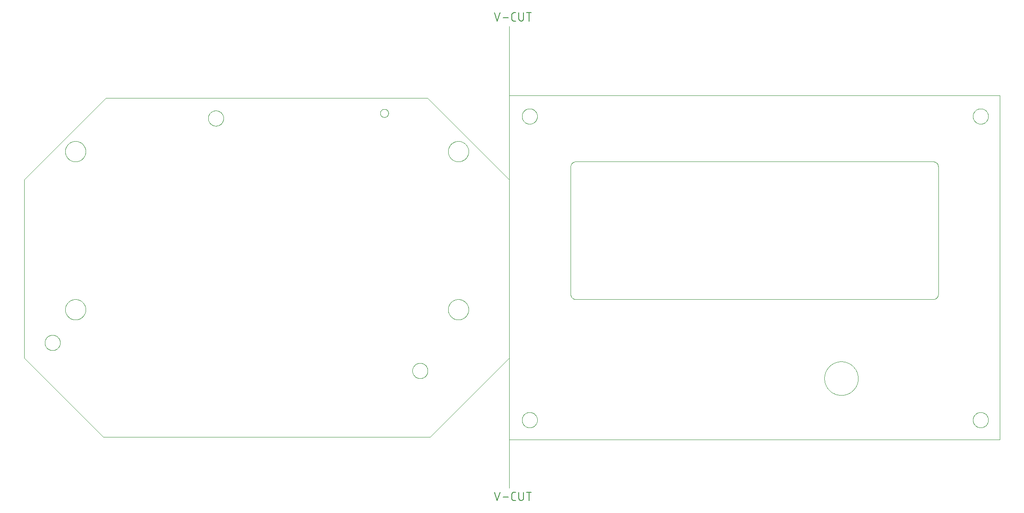
<source format=gko>
G75*
%MOIN*%
%OFA0B0*%
%FSLAX25Y25*%
%IPPOS*%
%LPD*%
%AMOC8*
5,1,8,0,0,1.08239X$1,22.5*
%
%ADD10C,0.00000*%
%ADD11C,0.00197*%
%ADD12C,0.00600*%
D10*
X0116748Y0062417D02*
X0368717Y0062417D01*
X0429740Y0123441D01*
X0429740Y0261236D01*
X0366748Y0324228D01*
X0118717Y0324228D01*
X0055724Y0261236D01*
X0055724Y0123441D01*
X0116748Y0062417D01*
X0071472Y0135252D02*
X0071474Y0135405D01*
X0071480Y0135559D01*
X0071490Y0135712D01*
X0071504Y0135864D01*
X0071522Y0136017D01*
X0071544Y0136168D01*
X0071569Y0136319D01*
X0071599Y0136470D01*
X0071633Y0136620D01*
X0071670Y0136768D01*
X0071711Y0136916D01*
X0071756Y0137062D01*
X0071805Y0137208D01*
X0071858Y0137352D01*
X0071914Y0137494D01*
X0071974Y0137635D01*
X0072038Y0137775D01*
X0072105Y0137913D01*
X0072176Y0138049D01*
X0072251Y0138183D01*
X0072328Y0138315D01*
X0072410Y0138445D01*
X0072494Y0138573D01*
X0072582Y0138699D01*
X0072673Y0138822D01*
X0072767Y0138943D01*
X0072865Y0139061D01*
X0072965Y0139177D01*
X0073069Y0139290D01*
X0073175Y0139401D01*
X0073284Y0139509D01*
X0073396Y0139614D01*
X0073510Y0139715D01*
X0073628Y0139814D01*
X0073747Y0139910D01*
X0073869Y0140003D01*
X0073994Y0140092D01*
X0074121Y0140179D01*
X0074250Y0140261D01*
X0074381Y0140341D01*
X0074514Y0140417D01*
X0074649Y0140490D01*
X0074786Y0140559D01*
X0074925Y0140624D01*
X0075065Y0140686D01*
X0075207Y0140744D01*
X0075350Y0140799D01*
X0075495Y0140850D01*
X0075641Y0140897D01*
X0075788Y0140940D01*
X0075936Y0140979D01*
X0076085Y0141015D01*
X0076235Y0141046D01*
X0076386Y0141074D01*
X0076537Y0141098D01*
X0076690Y0141118D01*
X0076842Y0141134D01*
X0076995Y0141146D01*
X0077148Y0141154D01*
X0077301Y0141158D01*
X0077455Y0141158D01*
X0077608Y0141154D01*
X0077761Y0141146D01*
X0077914Y0141134D01*
X0078066Y0141118D01*
X0078219Y0141098D01*
X0078370Y0141074D01*
X0078521Y0141046D01*
X0078671Y0141015D01*
X0078820Y0140979D01*
X0078968Y0140940D01*
X0079115Y0140897D01*
X0079261Y0140850D01*
X0079406Y0140799D01*
X0079549Y0140744D01*
X0079691Y0140686D01*
X0079831Y0140624D01*
X0079970Y0140559D01*
X0080107Y0140490D01*
X0080242Y0140417D01*
X0080375Y0140341D01*
X0080506Y0140261D01*
X0080635Y0140179D01*
X0080762Y0140092D01*
X0080887Y0140003D01*
X0081009Y0139910D01*
X0081128Y0139814D01*
X0081246Y0139715D01*
X0081360Y0139614D01*
X0081472Y0139509D01*
X0081581Y0139401D01*
X0081687Y0139290D01*
X0081791Y0139177D01*
X0081891Y0139061D01*
X0081989Y0138943D01*
X0082083Y0138822D01*
X0082174Y0138699D01*
X0082262Y0138573D01*
X0082346Y0138445D01*
X0082428Y0138315D01*
X0082505Y0138183D01*
X0082580Y0138049D01*
X0082651Y0137913D01*
X0082718Y0137775D01*
X0082782Y0137635D01*
X0082842Y0137494D01*
X0082898Y0137352D01*
X0082951Y0137208D01*
X0083000Y0137062D01*
X0083045Y0136916D01*
X0083086Y0136768D01*
X0083123Y0136620D01*
X0083157Y0136470D01*
X0083187Y0136319D01*
X0083212Y0136168D01*
X0083234Y0136017D01*
X0083252Y0135864D01*
X0083266Y0135712D01*
X0083276Y0135559D01*
X0083282Y0135405D01*
X0083284Y0135252D01*
X0083282Y0135099D01*
X0083276Y0134945D01*
X0083266Y0134792D01*
X0083252Y0134640D01*
X0083234Y0134487D01*
X0083212Y0134336D01*
X0083187Y0134185D01*
X0083157Y0134034D01*
X0083123Y0133884D01*
X0083086Y0133736D01*
X0083045Y0133588D01*
X0083000Y0133442D01*
X0082951Y0133296D01*
X0082898Y0133152D01*
X0082842Y0133010D01*
X0082782Y0132869D01*
X0082718Y0132729D01*
X0082651Y0132591D01*
X0082580Y0132455D01*
X0082505Y0132321D01*
X0082428Y0132189D01*
X0082346Y0132059D01*
X0082262Y0131931D01*
X0082174Y0131805D01*
X0082083Y0131682D01*
X0081989Y0131561D01*
X0081891Y0131443D01*
X0081791Y0131327D01*
X0081687Y0131214D01*
X0081581Y0131103D01*
X0081472Y0130995D01*
X0081360Y0130890D01*
X0081246Y0130789D01*
X0081128Y0130690D01*
X0081009Y0130594D01*
X0080887Y0130501D01*
X0080762Y0130412D01*
X0080635Y0130325D01*
X0080506Y0130243D01*
X0080375Y0130163D01*
X0080242Y0130087D01*
X0080107Y0130014D01*
X0079970Y0129945D01*
X0079831Y0129880D01*
X0079691Y0129818D01*
X0079549Y0129760D01*
X0079406Y0129705D01*
X0079261Y0129654D01*
X0079115Y0129607D01*
X0078968Y0129564D01*
X0078820Y0129525D01*
X0078671Y0129489D01*
X0078521Y0129458D01*
X0078370Y0129430D01*
X0078219Y0129406D01*
X0078066Y0129386D01*
X0077914Y0129370D01*
X0077761Y0129358D01*
X0077608Y0129350D01*
X0077455Y0129346D01*
X0077301Y0129346D01*
X0077148Y0129350D01*
X0076995Y0129358D01*
X0076842Y0129370D01*
X0076690Y0129386D01*
X0076537Y0129406D01*
X0076386Y0129430D01*
X0076235Y0129458D01*
X0076085Y0129489D01*
X0075936Y0129525D01*
X0075788Y0129564D01*
X0075641Y0129607D01*
X0075495Y0129654D01*
X0075350Y0129705D01*
X0075207Y0129760D01*
X0075065Y0129818D01*
X0074925Y0129880D01*
X0074786Y0129945D01*
X0074649Y0130014D01*
X0074514Y0130087D01*
X0074381Y0130163D01*
X0074250Y0130243D01*
X0074121Y0130325D01*
X0073994Y0130412D01*
X0073869Y0130501D01*
X0073747Y0130594D01*
X0073628Y0130690D01*
X0073510Y0130789D01*
X0073396Y0130890D01*
X0073284Y0130995D01*
X0073175Y0131103D01*
X0073069Y0131214D01*
X0072965Y0131327D01*
X0072865Y0131443D01*
X0072767Y0131561D01*
X0072673Y0131682D01*
X0072582Y0131805D01*
X0072494Y0131931D01*
X0072410Y0132059D01*
X0072328Y0132189D01*
X0072251Y0132321D01*
X0072176Y0132455D01*
X0072105Y0132591D01*
X0072038Y0132729D01*
X0071974Y0132869D01*
X0071914Y0133010D01*
X0071858Y0133152D01*
X0071805Y0133296D01*
X0071756Y0133442D01*
X0071711Y0133588D01*
X0071670Y0133736D01*
X0071633Y0133884D01*
X0071599Y0134034D01*
X0071569Y0134185D01*
X0071544Y0134336D01*
X0071522Y0134487D01*
X0071504Y0134640D01*
X0071490Y0134792D01*
X0071480Y0134945D01*
X0071474Y0135099D01*
X0071472Y0135252D01*
X0087220Y0160843D02*
X0087222Y0161036D01*
X0087229Y0161229D01*
X0087241Y0161422D01*
X0087258Y0161615D01*
X0087279Y0161807D01*
X0087305Y0161998D01*
X0087336Y0162189D01*
X0087371Y0162379D01*
X0087411Y0162568D01*
X0087456Y0162756D01*
X0087505Y0162943D01*
X0087559Y0163129D01*
X0087617Y0163313D01*
X0087680Y0163496D01*
X0087748Y0163677D01*
X0087819Y0163856D01*
X0087896Y0164034D01*
X0087976Y0164210D01*
X0088061Y0164383D01*
X0088150Y0164555D01*
X0088243Y0164724D01*
X0088340Y0164891D01*
X0088442Y0165056D01*
X0088547Y0165218D01*
X0088656Y0165377D01*
X0088770Y0165534D01*
X0088887Y0165687D01*
X0089007Y0165838D01*
X0089132Y0165986D01*
X0089260Y0166131D01*
X0089391Y0166272D01*
X0089526Y0166411D01*
X0089665Y0166546D01*
X0089806Y0166677D01*
X0089951Y0166805D01*
X0090099Y0166930D01*
X0090250Y0167050D01*
X0090403Y0167167D01*
X0090560Y0167281D01*
X0090719Y0167390D01*
X0090881Y0167495D01*
X0091046Y0167597D01*
X0091213Y0167694D01*
X0091382Y0167787D01*
X0091554Y0167876D01*
X0091727Y0167961D01*
X0091903Y0168041D01*
X0092081Y0168118D01*
X0092260Y0168189D01*
X0092441Y0168257D01*
X0092624Y0168320D01*
X0092808Y0168378D01*
X0092994Y0168432D01*
X0093181Y0168481D01*
X0093369Y0168526D01*
X0093558Y0168566D01*
X0093748Y0168601D01*
X0093939Y0168632D01*
X0094130Y0168658D01*
X0094322Y0168679D01*
X0094515Y0168696D01*
X0094708Y0168708D01*
X0094901Y0168715D01*
X0095094Y0168717D01*
X0095287Y0168715D01*
X0095480Y0168708D01*
X0095673Y0168696D01*
X0095866Y0168679D01*
X0096058Y0168658D01*
X0096249Y0168632D01*
X0096440Y0168601D01*
X0096630Y0168566D01*
X0096819Y0168526D01*
X0097007Y0168481D01*
X0097194Y0168432D01*
X0097380Y0168378D01*
X0097564Y0168320D01*
X0097747Y0168257D01*
X0097928Y0168189D01*
X0098107Y0168118D01*
X0098285Y0168041D01*
X0098461Y0167961D01*
X0098634Y0167876D01*
X0098806Y0167787D01*
X0098975Y0167694D01*
X0099142Y0167597D01*
X0099307Y0167495D01*
X0099469Y0167390D01*
X0099628Y0167281D01*
X0099785Y0167167D01*
X0099938Y0167050D01*
X0100089Y0166930D01*
X0100237Y0166805D01*
X0100382Y0166677D01*
X0100523Y0166546D01*
X0100662Y0166411D01*
X0100797Y0166272D01*
X0100928Y0166131D01*
X0101056Y0165986D01*
X0101181Y0165838D01*
X0101301Y0165687D01*
X0101418Y0165534D01*
X0101532Y0165377D01*
X0101641Y0165218D01*
X0101746Y0165056D01*
X0101848Y0164891D01*
X0101945Y0164724D01*
X0102038Y0164555D01*
X0102127Y0164383D01*
X0102212Y0164210D01*
X0102292Y0164034D01*
X0102369Y0163856D01*
X0102440Y0163677D01*
X0102508Y0163496D01*
X0102571Y0163313D01*
X0102629Y0163129D01*
X0102683Y0162943D01*
X0102732Y0162756D01*
X0102777Y0162568D01*
X0102817Y0162379D01*
X0102852Y0162189D01*
X0102883Y0161998D01*
X0102909Y0161807D01*
X0102930Y0161615D01*
X0102947Y0161422D01*
X0102959Y0161229D01*
X0102966Y0161036D01*
X0102968Y0160843D01*
X0102966Y0160650D01*
X0102959Y0160457D01*
X0102947Y0160264D01*
X0102930Y0160071D01*
X0102909Y0159879D01*
X0102883Y0159688D01*
X0102852Y0159497D01*
X0102817Y0159307D01*
X0102777Y0159118D01*
X0102732Y0158930D01*
X0102683Y0158743D01*
X0102629Y0158557D01*
X0102571Y0158373D01*
X0102508Y0158190D01*
X0102440Y0158009D01*
X0102369Y0157830D01*
X0102292Y0157652D01*
X0102212Y0157476D01*
X0102127Y0157303D01*
X0102038Y0157131D01*
X0101945Y0156962D01*
X0101848Y0156795D01*
X0101746Y0156630D01*
X0101641Y0156468D01*
X0101532Y0156309D01*
X0101418Y0156152D01*
X0101301Y0155999D01*
X0101181Y0155848D01*
X0101056Y0155700D01*
X0100928Y0155555D01*
X0100797Y0155414D01*
X0100662Y0155275D01*
X0100523Y0155140D01*
X0100382Y0155009D01*
X0100237Y0154881D01*
X0100089Y0154756D01*
X0099938Y0154636D01*
X0099785Y0154519D01*
X0099628Y0154405D01*
X0099469Y0154296D01*
X0099307Y0154191D01*
X0099142Y0154089D01*
X0098975Y0153992D01*
X0098806Y0153899D01*
X0098634Y0153810D01*
X0098461Y0153725D01*
X0098285Y0153645D01*
X0098107Y0153568D01*
X0097928Y0153497D01*
X0097747Y0153429D01*
X0097564Y0153366D01*
X0097380Y0153308D01*
X0097194Y0153254D01*
X0097007Y0153205D01*
X0096819Y0153160D01*
X0096630Y0153120D01*
X0096440Y0153085D01*
X0096249Y0153054D01*
X0096058Y0153028D01*
X0095866Y0153007D01*
X0095673Y0152990D01*
X0095480Y0152978D01*
X0095287Y0152971D01*
X0095094Y0152969D01*
X0094901Y0152971D01*
X0094708Y0152978D01*
X0094515Y0152990D01*
X0094322Y0153007D01*
X0094130Y0153028D01*
X0093939Y0153054D01*
X0093748Y0153085D01*
X0093558Y0153120D01*
X0093369Y0153160D01*
X0093181Y0153205D01*
X0092994Y0153254D01*
X0092808Y0153308D01*
X0092624Y0153366D01*
X0092441Y0153429D01*
X0092260Y0153497D01*
X0092081Y0153568D01*
X0091903Y0153645D01*
X0091727Y0153725D01*
X0091554Y0153810D01*
X0091382Y0153899D01*
X0091213Y0153992D01*
X0091046Y0154089D01*
X0090881Y0154191D01*
X0090719Y0154296D01*
X0090560Y0154405D01*
X0090403Y0154519D01*
X0090250Y0154636D01*
X0090099Y0154756D01*
X0089951Y0154881D01*
X0089806Y0155009D01*
X0089665Y0155140D01*
X0089526Y0155275D01*
X0089391Y0155414D01*
X0089260Y0155555D01*
X0089132Y0155700D01*
X0089007Y0155848D01*
X0088887Y0155999D01*
X0088770Y0156152D01*
X0088656Y0156309D01*
X0088547Y0156468D01*
X0088442Y0156630D01*
X0088340Y0156795D01*
X0088243Y0156962D01*
X0088150Y0157131D01*
X0088061Y0157303D01*
X0087976Y0157476D01*
X0087896Y0157652D01*
X0087819Y0157830D01*
X0087748Y0158009D01*
X0087680Y0158190D01*
X0087617Y0158373D01*
X0087559Y0158557D01*
X0087505Y0158743D01*
X0087456Y0158930D01*
X0087411Y0159118D01*
X0087371Y0159307D01*
X0087336Y0159497D01*
X0087305Y0159688D01*
X0087279Y0159879D01*
X0087258Y0160071D01*
X0087241Y0160264D01*
X0087229Y0160457D01*
X0087222Y0160650D01*
X0087220Y0160843D01*
X0087220Y0282890D02*
X0087222Y0283083D01*
X0087229Y0283276D01*
X0087241Y0283469D01*
X0087258Y0283662D01*
X0087279Y0283854D01*
X0087305Y0284045D01*
X0087336Y0284236D01*
X0087371Y0284426D01*
X0087411Y0284615D01*
X0087456Y0284803D01*
X0087505Y0284990D01*
X0087559Y0285176D01*
X0087617Y0285360D01*
X0087680Y0285543D01*
X0087748Y0285724D01*
X0087819Y0285903D01*
X0087896Y0286081D01*
X0087976Y0286257D01*
X0088061Y0286430D01*
X0088150Y0286602D01*
X0088243Y0286771D01*
X0088340Y0286938D01*
X0088442Y0287103D01*
X0088547Y0287265D01*
X0088656Y0287424D01*
X0088770Y0287581D01*
X0088887Y0287734D01*
X0089007Y0287885D01*
X0089132Y0288033D01*
X0089260Y0288178D01*
X0089391Y0288319D01*
X0089526Y0288458D01*
X0089665Y0288593D01*
X0089806Y0288724D01*
X0089951Y0288852D01*
X0090099Y0288977D01*
X0090250Y0289097D01*
X0090403Y0289214D01*
X0090560Y0289328D01*
X0090719Y0289437D01*
X0090881Y0289542D01*
X0091046Y0289644D01*
X0091213Y0289741D01*
X0091382Y0289834D01*
X0091554Y0289923D01*
X0091727Y0290008D01*
X0091903Y0290088D01*
X0092081Y0290165D01*
X0092260Y0290236D01*
X0092441Y0290304D01*
X0092624Y0290367D01*
X0092808Y0290425D01*
X0092994Y0290479D01*
X0093181Y0290528D01*
X0093369Y0290573D01*
X0093558Y0290613D01*
X0093748Y0290648D01*
X0093939Y0290679D01*
X0094130Y0290705D01*
X0094322Y0290726D01*
X0094515Y0290743D01*
X0094708Y0290755D01*
X0094901Y0290762D01*
X0095094Y0290764D01*
X0095287Y0290762D01*
X0095480Y0290755D01*
X0095673Y0290743D01*
X0095866Y0290726D01*
X0096058Y0290705D01*
X0096249Y0290679D01*
X0096440Y0290648D01*
X0096630Y0290613D01*
X0096819Y0290573D01*
X0097007Y0290528D01*
X0097194Y0290479D01*
X0097380Y0290425D01*
X0097564Y0290367D01*
X0097747Y0290304D01*
X0097928Y0290236D01*
X0098107Y0290165D01*
X0098285Y0290088D01*
X0098461Y0290008D01*
X0098634Y0289923D01*
X0098806Y0289834D01*
X0098975Y0289741D01*
X0099142Y0289644D01*
X0099307Y0289542D01*
X0099469Y0289437D01*
X0099628Y0289328D01*
X0099785Y0289214D01*
X0099938Y0289097D01*
X0100089Y0288977D01*
X0100237Y0288852D01*
X0100382Y0288724D01*
X0100523Y0288593D01*
X0100662Y0288458D01*
X0100797Y0288319D01*
X0100928Y0288178D01*
X0101056Y0288033D01*
X0101181Y0287885D01*
X0101301Y0287734D01*
X0101418Y0287581D01*
X0101532Y0287424D01*
X0101641Y0287265D01*
X0101746Y0287103D01*
X0101848Y0286938D01*
X0101945Y0286771D01*
X0102038Y0286602D01*
X0102127Y0286430D01*
X0102212Y0286257D01*
X0102292Y0286081D01*
X0102369Y0285903D01*
X0102440Y0285724D01*
X0102508Y0285543D01*
X0102571Y0285360D01*
X0102629Y0285176D01*
X0102683Y0284990D01*
X0102732Y0284803D01*
X0102777Y0284615D01*
X0102817Y0284426D01*
X0102852Y0284236D01*
X0102883Y0284045D01*
X0102909Y0283854D01*
X0102930Y0283662D01*
X0102947Y0283469D01*
X0102959Y0283276D01*
X0102966Y0283083D01*
X0102968Y0282890D01*
X0102966Y0282697D01*
X0102959Y0282504D01*
X0102947Y0282311D01*
X0102930Y0282118D01*
X0102909Y0281926D01*
X0102883Y0281735D01*
X0102852Y0281544D01*
X0102817Y0281354D01*
X0102777Y0281165D01*
X0102732Y0280977D01*
X0102683Y0280790D01*
X0102629Y0280604D01*
X0102571Y0280420D01*
X0102508Y0280237D01*
X0102440Y0280056D01*
X0102369Y0279877D01*
X0102292Y0279699D01*
X0102212Y0279523D01*
X0102127Y0279350D01*
X0102038Y0279178D01*
X0101945Y0279009D01*
X0101848Y0278842D01*
X0101746Y0278677D01*
X0101641Y0278515D01*
X0101532Y0278356D01*
X0101418Y0278199D01*
X0101301Y0278046D01*
X0101181Y0277895D01*
X0101056Y0277747D01*
X0100928Y0277602D01*
X0100797Y0277461D01*
X0100662Y0277322D01*
X0100523Y0277187D01*
X0100382Y0277056D01*
X0100237Y0276928D01*
X0100089Y0276803D01*
X0099938Y0276683D01*
X0099785Y0276566D01*
X0099628Y0276452D01*
X0099469Y0276343D01*
X0099307Y0276238D01*
X0099142Y0276136D01*
X0098975Y0276039D01*
X0098806Y0275946D01*
X0098634Y0275857D01*
X0098461Y0275772D01*
X0098285Y0275692D01*
X0098107Y0275615D01*
X0097928Y0275544D01*
X0097747Y0275476D01*
X0097564Y0275413D01*
X0097380Y0275355D01*
X0097194Y0275301D01*
X0097007Y0275252D01*
X0096819Y0275207D01*
X0096630Y0275167D01*
X0096440Y0275132D01*
X0096249Y0275101D01*
X0096058Y0275075D01*
X0095866Y0275054D01*
X0095673Y0275037D01*
X0095480Y0275025D01*
X0095287Y0275018D01*
X0095094Y0275016D01*
X0094901Y0275018D01*
X0094708Y0275025D01*
X0094515Y0275037D01*
X0094322Y0275054D01*
X0094130Y0275075D01*
X0093939Y0275101D01*
X0093748Y0275132D01*
X0093558Y0275167D01*
X0093369Y0275207D01*
X0093181Y0275252D01*
X0092994Y0275301D01*
X0092808Y0275355D01*
X0092624Y0275413D01*
X0092441Y0275476D01*
X0092260Y0275544D01*
X0092081Y0275615D01*
X0091903Y0275692D01*
X0091727Y0275772D01*
X0091554Y0275857D01*
X0091382Y0275946D01*
X0091213Y0276039D01*
X0091046Y0276136D01*
X0090881Y0276238D01*
X0090719Y0276343D01*
X0090560Y0276452D01*
X0090403Y0276566D01*
X0090250Y0276683D01*
X0090099Y0276803D01*
X0089951Y0276928D01*
X0089806Y0277056D01*
X0089665Y0277187D01*
X0089526Y0277322D01*
X0089391Y0277461D01*
X0089260Y0277602D01*
X0089132Y0277747D01*
X0089007Y0277895D01*
X0088887Y0278046D01*
X0088770Y0278199D01*
X0088656Y0278356D01*
X0088547Y0278515D01*
X0088442Y0278677D01*
X0088340Y0278842D01*
X0088243Y0279009D01*
X0088150Y0279178D01*
X0088061Y0279350D01*
X0087976Y0279523D01*
X0087896Y0279699D01*
X0087819Y0279877D01*
X0087748Y0280056D01*
X0087680Y0280237D01*
X0087617Y0280420D01*
X0087559Y0280604D01*
X0087505Y0280790D01*
X0087456Y0280977D01*
X0087411Y0281165D01*
X0087371Y0281354D01*
X0087336Y0281544D01*
X0087305Y0281735D01*
X0087279Y0281926D01*
X0087258Y0282118D01*
X0087241Y0282311D01*
X0087229Y0282504D01*
X0087222Y0282697D01*
X0087220Y0282890D01*
X0197456Y0308480D02*
X0197458Y0308633D01*
X0197464Y0308787D01*
X0197474Y0308940D01*
X0197488Y0309092D01*
X0197506Y0309245D01*
X0197528Y0309396D01*
X0197553Y0309547D01*
X0197583Y0309698D01*
X0197617Y0309848D01*
X0197654Y0309996D01*
X0197695Y0310144D01*
X0197740Y0310290D01*
X0197789Y0310436D01*
X0197842Y0310580D01*
X0197898Y0310722D01*
X0197958Y0310863D01*
X0198022Y0311003D01*
X0198089Y0311141D01*
X0198160Y0311277D01*
X0198235Y0311411D01*
X0198312Y0311543D01*
X0198394Y0311673D01*
X0198478Y0311801D01*
X0198566Y0311927D01*
X0198657Y0312050D01*
X0198751Y0312171D01*
X0198849Y0312289D01*
X0198949Y0312405D01*
X0199053Y0312518D01*
X0199159Y0312629D01*
X0199268Y0312737D01*
X0199380Y0312842D01*
X0199494Y0312943D01*
X0199612Y0313042D01*
X0199731Y0313138D01*
X0199853Y0313231D01*
X0199978Y0313320D01*
X0200105Y0313407D01*
X0200234Y0313489D01*
X0200365Y0313569D01*
X0200498Y0313645D01*
X0200633Y0313718D01*
X0200770Y0313787D01*
X0200909Y0313852D01*
X0201049Y0313914D01*
X0201191Y0313972D01*
X0201334Y0314027D01*
X0201479Y0314078D01*
X0201625Y0314125D01*
X0201772Y0314168D01*
X0201920Y0314207D01*
X0202069Y0314243D01*
X0202219Y0314274D01*
X0202370Y0314302D01*
X0202521Y0314326D01*
X0202674Y0314346D01*
X0202826Y0314362D01*
X0202979Y0314374D01*
X0203132Y0314382D01*
X0203285Y0314386D01*
X0203439Y0314386D01*
X0203592Y0314382D01*
X0203745Y0314374D01*
X0203898Y0314362D01*
X0204050Y0314346D01*
X0204203Y0314326D01*
X0204354Y0314302D01*
X0204505Y0314274D01*
X0204655Y0314243D01*
X0204804Y0314207D01*
X0204952Y0314168D01*
X0205099Y0314125D01*
X0205245Y0314078D01*
X0205390Y0314027D01*
X0205533Y0313972D01*
X0205675Y0313914D01*
X0205815Y0313852D01*
X0205954Y0313787D01*
X0206091Y0313718D01*
X0206226Y0313645D01*
X0206359Y0313569D01*
X0206490Y0313489D01*
X0206619Y0313407D01*
X0206746Y0313320D01*
X0206871Y0313231D01*
X0206993Y0313138D01*
X0207112Y0313042D01*
X0207230Y0312943D01*
X0207344Y0312842D01*
X0207456Y0312737D01*
X0207565Y0312629D01*
X0207671Y0312518D01*
X0207775Y0312405D01*
X0207875Y0312289D01*
X0207973Y0312171D01*
X0208067Y0312050D01*
X0208158Y0311927D01*
X0208246Y0311801D01*
X0208330Y0311673D01*
X0208412Y0311543D01*
X0208489Y0311411D01*
X0208564Y0311277D01*
X0208635Y0311141D01*
X0208702Y0311003D01*
X0208766Y0310863D01*
X0208826Y0310722D01*
X0208882Y0310580D01*
X0208935Y0310436D01*
X0208984Y0310290D01*
X0209029Y0310144D01*
X0209070Y0309996D01*
X0209107Y0309848D01*
X0209141Y0309698D01*
X0209171Y0309547D01*
X0209196Y0309396D01*
X0209218Y0309245D01*
X0209236Y0309092D01*
X0209250Y0308940D01*
X0209260Y0308787D01*
X0209266Y0308633D01*
X0209268Y0308480D01*
X0209266Y0308327D01*
X0209260Y0308173D01*
X0209250Y0308020D01*
X0209236Y0307868D01*
X0209218Y0307715D01*
X0209196Y0307564D01*
X0209171Y0307413D01*
X0209141Y0307262D01*
X0209107Y0307112D01*
X0209070Y0306964D01*
X0209029Y0306816D01*
X0208984Y0306670D01*
X0208935Y0306524D01*
X0208882Y0306380D01*
X0208826Y0306238D01*
X0208766Y0306097D01*
X0208702Y0305957D01*
X0208635Y0305819D01*
X0208564Y0305683D01*
X0208489Y0305549D01*
X0208412Y0305417D01*
X0208330Y0305287D01*
X0208246Y0305159D01*
X0208158Y0305033D01*
X0208067Y0304910D01*
X0207973Y0304789D01*
X0207875Y0304671D01*
X0207775Y0304555D01*
X0207671Y0304442D01*
X0207565Y0304331D01*
X0207456Y0304223D01*
X0207344Y0304118D01*
X0207230Y0304017D01*
X0207112Y0303918D01*
X0206993Y0303822D01*
X0206871Y0303729D01*
X0206746Y0303640D01*
X0206619Y0303553D01*
X0206490Y0303471D01*
X0206359Y0303391D01*
X0206226Y0303315D01*
X0206091Y0303242D01*
X0205954Y0303173D01*
X0205815Y0303108D01*
X0205675Y0303046D01*
X0205533Y0302988D01*
X0205390Y0302933D01*
X0205245Y0302882D01*
X0205099Y0302835D01*
X0204952Y0302792D01*
X0204804Y0302753D01*
X0204655Y0302717D01*
X0204505Y0302686D01*
X0204354Y0302658D01*
X0204203Y0302634D01*
X0204050Y0302614D01*
X0203898Y0302598D01*
X0203745Y0302586D01*
X0203592Y0302578D01*
X0203439Y0302574D01*
X0203285Y0302574D01*
X0203132Y0302578D01*
X0202979Y0302586D01*
X0202826Y0302598D01*
X0202674Y0302614D01*
X0202521Y0302634D01*
X0202370Y0302658D01*
X0202219Y0302686D01*
X0202069Y0302717D01*
X0201920Y0302753D01*
X0201772Y0302792D01*
X0201625Y0302835D01*
X0201479Y0302882D01*
X0201334Y0302933D01*
X0201191Y0302988D01*
X0201049Y0303046D01*
X0200909Y0303108D01*
X0200770Y0303173D01*
X0200633Y0303242D01*
X0200498Y0303315D01*
X0200365Y0303391D01*
X0200234Y0303471D01*
X0200105Y0303553D01*
X0199978Y0303640D01*
X0199853Y0303729D01*
X0199731Y0303822D01*
X0199612Y0303918D01*
X0199494Y0304017D01*
X0199380Y0304118D01*
X0199268Y0304223D01*
X0199159Y0304331D01*
X0199053Y0304442D01*
X0198949Y0304555D01*
X0198849Y0304671D01*
X0198751Y0304789D01*
X0198657Y0304910D01*
X0198566Y0305033D01*
X0198478Y0305159D01*
X0198394Y0305287D01*
X0198312Y0305417D01*
X0198235Y0305549D01*
X0198160Y0305683D01*
X0198089Y0305819D01*
X0198022Y0305957D01*
X0197958Y0306097D01*
X0197898Y0306238D01*
X0197842Y0306380D01*
X0197789Y0306524D01*
X0197740Y0306670D01*
X0197695Y0306816D01*
X0197654Y0306964D01*
X0197617Y0307112D01*
X0197583Y0307262D01*
X0197553Y0307413D01*
X0197528Y0307564D01*
X0197506Y0307715D01*
X0197488Y0307868D01*
X0197474Y0308020D01*
X0197464Y0308173D01*
X0197458Y0308327D01*
X0197456Y0308480D01*
X0330133Y0312417D02*
X0330135Y0312529D01*
X0330141Y0312640D01*
X0330151Y0312752D01*
X0330165Y0312863D01*
X0330182Y0312973D01*
X0330204Y0313083D01*
X0330230Y0313192D01*
X0330259Y0313300D01*
X0330292Y0313406D01*
X0330329Y0313512D01*
X0330370Y0313616D01*
X0330415Y0313719D01*
X0330463Y0313820D01*
X0330514Y0313919D01*
X0330569Y0314016D01*
X0330628Y0314111D01*
X0330689Y0314205D01*
X0330754Y0314296D01*
X0330823Y0314384D01*
X0330894Y0314470D01*
X0330968Y0314554D01*
X0331046Y0314634D01*
X0331126Y0314712D01*
X0331209Y0314788D01*
X0331294Y0314860D01*
X0331382Y0314929D01*
X0331472Y0314995D01*
X0331565Y0315057D01*
X0331660Y0315117D01*
X0331757Y0315173D01*
X0331855Y0315225D01*
X0331956Y0315274D01*
X0332058Y0315319D01*
X0332162Y0315361D01*
X0332267Y0315399D01*
X0332374Y0315433D01*
X0332481Y0315463D01*
X0332590Y0315490D01*
X0332699Y0315512D01*
X0332810Y0315531D01*
X0332920Y0315546D01*
X0333032Y0315557D01*
X0333143Y0315564D01*
X0333255Y0315567D01*
X0333367Y0315566D01*
X0333479Y0315561D01*
X0333590Y0315552D01*
X0333701Y0315539D01*
X0333812Y0315522D01*
X0333922Y0315502D01*
X0334031Y0315477D01*
X0334139Y0315449D01*
X0334246Y0315416D01*
X0334352Y0315380D01*
X0334456Y0315340D01*
X0334559Y0315297D01*
X0334661Y0315250D01*
X0334760Y0315199D01*
X0334858Y0315145D01*
X0334954Y0315087D01*
X0335048Y0315026D01*
X0335139Y0314962D01*
X0335228Y0314895D01*
X0335315Y0314824D01*
X0335399Y0314750D01*
X0335481Y0314674D01*
X0335559Y0314594D01*
X0335635Y0314512D01*
X0335708Y0314427D01*
X0335778Y0314340D01*
X0335844Y0314250D01*
X0335908Y0314158D01*
X0335968Y0314064D01*
X0336025Y0313968D01*
X0336078Y0313869D01*
X0336128Y0313769D01*
X0336174Y0313668D01*
X0336217Y0313564D01*
X0336256Y0313459D01*
X0336291Y0313353D01*
X0336322Y0313246D01*
X0336350Y0313137D01*
X0336373Y0313028D01*
X0336393Y0312918D01*
X0336409Y0312807D01*
X0336421Y0312696D01*
X0336429Y0312585D01*
X0336433Y0312473D01*
X0336433Y0312361D01*
X0336429Y0312249D01*
X0336421Y0312138D01*
X0336409Y0312027D01*
X0336393Y0311916D01*
X0336373Y0311806D01*
X0336350Y0311697D01*
X0336322Y0311588D01*
X0336291Y0311481D01*
X0336256Y0311375D01*
X0336217Y0311270D01*
X0336174Y0311166D01*
X0336128Y0311065D01*
X0336078Y0310965D01*
X0336025Y0310866D01*
X0335968Y0310770D01*
X0335908Y0310676D01*
X0335844Y0310584D01*
X0335778Y0310494D01*
X0335708Y0310407D01*
X0335635Y0310322D01*
X0335559Y0310240D01*
X0335481Y0310160D01*
X0335399Y0310084D01*
X0335315Y0310010D01*
X0335228Y0309939D01*
X0335139Y0309872D01*
X0335048Y0309808D01*
X0334954Y0309747D01*
X0334858Y0309689D01*
X0334760Y0309635D01*
X0334661Y0309584D01*
X0334559Y0309537D01*
X0334456Y0309494D01*
X0334352Y0309454D01*
X0334246Y0309418D01*
X0334139Y0309385D01*
X0334031Y0309357D01*
X0333922Y0309332D01*
X0333812Y0309312D01*
X0333701Y0309295D01*
X0333590Y0309282D01*
X0333479Y0309273D01*
X0333367Y0309268D01*
X0333255Y0309267D01*
X0333143Y0309270D01*
X0333032Y0309277D01*
X0332920Y0309288D01*
X0332810Y0309303D01*
X0332699Y0309322D01*
X0332590Y0309344D01*
X0332481Y0309371D01*
X0332374Y0309401D01*
X0332267Y0309435D01*
X0332162Y0309473D01*
X0332058Y0309515D01*
X0331956Y0309560D01*
X0331855Y0309609D01*
X0331757Y0309661D01*
X0331660Y0309717D01*
X0331565Y0309777D01*
X0331472Y0309839D01*
X0331382Y0309905D01*
X0331294Y0309974D01*
X0331209Y0310046D01*
X0331126Y0310122D01*
X0331046Y0310200D01*
X0330968Y0310280D01*
X0330894Y0310364D01*
X0330823Y0310450D01*
X0330754Y0310538D01*
X0330689Y0310629D01*
X0330628Y0310723D01*
X0330569Y0310818D01*
X0330514Y0310915D01*
X0330463Y0311014D01*
X0330415Y0311115D01*
X0330370Y0311218D01*
X0330329Y0311322D01*
X0330292Y0311428D01*
X0330259Y0311534D01*
X0330230Y0311642D01*
X0330204Y0311751D01*
X0330182Y0311861D01*
X0330165Y0311971D01*
X0330151Y0312082D01*
X0330141Y0312194D01*
X0330135Y0312305D01*
X0330133Y0312417D01*
X0382496Y0282890D02*
X0382498Y0283083D01*
X0382505Y0283276D01*
X0382517Y0283469D01*
X0382534Y0283662D01*
X0382555Y0283854D01*
X0382581Y0284045D01*
X0382612Y0284236D01*
X0382647Y0284426D01*
X0382687Y0284615D01*
X0382732Y0284803D01*
X0382781Y0284990D01*
X0382835Y0285176D01*
X0382893Y0285360D01*
X0382956Y0285543D01*
X0383024Y0285724D01*
X0383095Y0285903D01*
X0383172Y0286081D01*
X0383252Y0286257D01*
X0383337Y0286430D01*
X0383426Y0286602D01*
X0383519Y0286771D01*
X0383616Y0286938D01*
X0383718Y0287103D01*
X0383823Y0287265D01*
X0383932Y0287424D01*
X0384046Y0287581D01*
X0384163Y0287734D01*
X0384283Y0287885D01*
X0384408Y0288033D01*
X0384536Y0288178D01*
X0384667Y0288319D01*
X0384802Y0288458D01*
X0384941Y0288593D01*
X0385082Y0288724D01*
X0385227Y0288852D01*
X0385375Y0288977D01*
X0385526Y0289097D01*
X0385679Y0289214D01*
X0385836Y0289328D01*
X0385995Y0289437D01*
X0386157Y0289542D01*
X0386322Y0289644D01*
X0386489Y0289741D01*
X0386658Y0289834D01*
X0386830Y0289923D01*
X0387003Y0290008D01*
X0387179Y0290088D01*
X0387357Y0290165D01*
X0387536Y0290236D01*
X0387717Y0290304D01*
X0387900Y0290367D01*
X0388084Y0290425D01*
X0388270Y0290479D01*
X0388457Y0290528D01*
X0388645Y0290573D01*
X0388834Y0290613D01*
X0389024Y0290648D01*
X0389215Y0290679D01*
X0389406Y0290705D01*
X0389598Y0290726D01*
X0389791Y0290743D01*
X0389984Y0290755D01*
X0390177Y0290762D01*
X0390370Y0290764D01*
X0390563Y0290762D01*
X0390756Y0290755D01*
X0390949Y0290743D01*
X0391142Y0290726D01*
X0391334Y0290705D01*
X0391525Y0290679D01*
X0391716Y0290648D01*
X0391906Y0290613D01*
X0392095Y0290573D01*
X0392283Y0290528D01*
X0392470Y0290479D01*
X0392656Y0290425D01*
X0392840Y0290367D01*
X0393023Y0290304D01*
X0393204Y0290236D01*
X0393383Y0290165D01*
X0393561Y0290088D01*
X0393737Y0290008D01*
X0393910Y0289923D01*
X0394082Y0289834D01*
X0394251Y0289741D01*
X0394418Y0289644D01*
X0394583Y0289542D01*
X0394745Y0289437D01*
X0394904Y0289328D01*
X0395061Y0289214D01*
X0395214Y0289097D01*
X0395365Y0288977D01*
X0395513Y0288852D01*
X0395658Y0288724D01*
X0395799Y0288593D01*
X0395938Y0288458D01*
X0396073Y0288319D01*
X0396204Y0288178D01*
X0396332Y0288033D01*
X0396457Y0287885D01*
X0396577Y0287734D01*
X0396694Y0287581D01*
X0396808Y0287424D01*
X0396917Y0287265D01*
X0397022Y0287103D01*
X0397124Y0286938D01*
X0397221Y0286771D01*
X0397314Y0286602D01*
X0397403Y0286430D01*
X0397488Y0286257D01*
X0397568Y0286081D01*
X0397645Y0285903D01*
X0397716Y0285724D01*
X0397784Y0285543D01*
X0397847Y0285360D01*
X0397905Y0285176D01*
X0397959Y0284990D01*
X0398008Y0284803D01*
X0398053Y0284615D01*
X0398093Y0284426D01*
X0398128Y0284236D01*
X0398159Y0284045D01*
X0398185Y0283854D01*
X0398206Y0283662D01*
X0398223Y0283469D01*
X0398235Y0283276D01*
X0398242Y0283083D01*
X0398244Y0282890D01*
X0398242Y0282697D01*
X0398235Y0282504D01*
X0398223Y0282311D01*
X0398206Y0282118D01*
X0398185Y0281926D01*
X0398159Y0281735D01*
X0398128Y0281544D01*
X0398093Y0281354D01*
X0398053Y0281165D01*
X0398008Y0280977D01*
X0397959Y0280790D01*
X0397905Y0280604D01*
X0397847Y0280420D01*
X0397784Y0280237D01*
X0397716Y0280056D01*
X0397645Y0279877D01*
X0397568Y0279699D01*
X0397488Y0279523D01*
X0397403Y0279350D01*
X0397314Y0279178D01*
X0397221Y0279009D01*
X0397124Y0278842D01*
X0397022Y0278677D01*
X0396917Y0278515D01*
X0396808Y0278356D01*
X0396694Y0278199D01*
X0396577Y0278046D01*
X0396457Y0277895D01*
X0396332Y0277747D01*
X0396204Y0277602D01*
X0396073Y0277461D01*
X0395938Y0277322D01*
X0395799Y0277187D01*
X0395658Y0277056D01*
X0395513Y0276928D01*
X0395365Y0276803D01*
X0395214Y0276683D01*
X0395061Y0276566D01*
X0394904Y0276452D01*
X0394745Y0276343D01*
X0394583Y0276238D01*
X0394418Y0276136D01*
X0394251Y0276039D01*
X0394082Y0275946D01*
X0393910Y0275857D01*
X0393737Y0275772D01*
X0393561Y0275692D01*
X0393383Y0275615D01*
X0393204Y0275544D01*
X0393023Y0275476D01*
X0392840Y0275413D01*
X0392656Y0275355D01*
X0392470Y0275301D01*
X0392283Y0275252D01*
X0392095Y0275207D01*
X0391906Y0275167D01*
X0391716Y0275132D01*
X0391525Y0275101D01*
X0391334Y0275075D01*
X0391142Y0275054D01*
X0390949Y0275037D01*
X0390756Y0275025D01*
X0390563Y0275018D01*
X0390370Y0275016D01*
X0390177Y0275018D01*
X0389984Y0275025D01*
X0389791Y0275037D01*
X0389598Y0275054D01*
X0389406Y0275075D01*
X0389215Y0275101D01*
X0389024Y0275132D01*
X0388834Y0275167D01*
X0388645Y0275207D01*
X0388457Y0275252D01*
X0388270Y0275301D01*
X0388084Y0275355D01*
X0387900Y0275413D01*
X0387717Y0275476D01*
X0387536Y0275544D01*
X0387357Y0275615D01*
X0387179Y0275692D01*
X0387003Y0275772D01*
X0386830Y0275857D01*
X0386658Y0275946D01*
X0386489Y0276039D01*
X0386322Y0276136D01*
X0386157Y0276238D01*
X0385995Y0276343D01*
X0385836Y0276452D01*
X0385679Y0276566D01*
X0385526Y0276683D01*
X0385375Y0276803D01*
X0385227Y0276928D01*
X0385082Y0277056D01*
X0384941Y0277187D01*
X0384802Y0277322D01*
X0384667Y0277461D01*
X0384536Y0277602D01*
X0384408Y0277747D01*
X0384283Y0277895D01*
X0384163Y0278046D01*
X0384046Y0278199D01*
X0383932Y0278356D01*
X0383823Y0278515D01*
X0383718Y0278677D01*
X0383616Y0278842D01*
X0383519Y0279009D01*
X0383426Y0279178D01*
X0383337Y0279350D01*
X0383252Y0279523D01*
X0383172Y0279699D01*
X0383095Y0279877D01*
X0383024Y0280056D01*
X0382956Y0280237D01*
X0382893Y0280420D01*
X0382835Y0280604D01*
X0382781Y0280790D01*
X0382732Y0280977D01*
X0382687Y0281165D01*
X0382647Y0281354D01*
X0382612Y0281544D01*
X0382581Y0281735D01*
X0382555Y0281926D01*
X0382534Y0282118D01*
X0382517Y0282311D01*
X0382505Y0282504D01*
X0382498Y0282697D01*
X0382496Y0282890D01*
X0439425Y0310016D02*
X0439427Y0310169D01*
X0439433Y0310323D01*
X0439443Y0310476D01*
X0439457Y0310628D01*
X0439475Y0310781D01*
X0439497Y0310932D01*
X0439522Y0311083D01*
X0439552Y0311234D01*
X0439586Y0311384D01*
X0439623Y0311532D01*
X0439664Y0311680D01*
X0439709Y0311826D01*
X0439758Y0311972D01*
X0439811Y0312116D01*
X0439867Y0312258D01*
X0439927Y0312399D01*
X0439991Y0312539D01*
X0440058Y0312677D01*
X0440129Y0312813D01*
X0440204Y0312947D01*
X0440281Y0313079D01*
X0440363Y0313209D01*
X0440447Y0313337D01*
X0440535Y0313463D01*
X0440626Y0313586D01*
X0440720Y0313707D01*
X0440818Y0313825D01*
X0440918Y0313941D01*
X0441022Y0314054D01*
X0441128Y0314165D01*
X0441237Y0314273D01*
X0441349Y0314378D01*
X0441463Y0314479D01*
X0441581Y0314578D01*
X0441700Y0314674D01*
X0441822Y0314767D01*
X0441947Y0314856D01*
X0442074Y0314943D01*
X0442203Y0315025D01*
X0442334Y0315105D01*
X0442467Y0315181D01*
X0442602Y0315254D01*
X0442739Y0315323D01*
X0442878Y0315388D01*
X0443018Y0315450D01*
X0443160Y0315508D01*
X0443303Y0315563D01*
X0443448Y0315614D01*
X0443594Y0315661D01*
X0443741Y0315704D01*
X0443889Y0315743D01*
X0444038Y0315779D01*
X0444188Y0315810D01*
X0444339Y0315838D01*
X0444490Y0315862D01*
X0444643Y0315882D01*
X0444795Y0315898D01*
X0444948Y0315910D01*
X0445101Y0315918D01*
X0445254Y0315922D01*
X0445408Y0315922D01*
X0445561Y0315918D01*
X0445714Y0315910D01*
X0445867Y0315898D01*
X0446019Y0315882D01*
X0446172Y0315862D01*
X0446323Y0315838D01*
X0446474Y0315810D01*
X0446624Y0315779D01*
X0446773Y0315743D01*
X0446921Y0315704D01*
X0447068Y0315661D01*
X0447214Y0315614D01*
X0447359Y0315563D01*
X0447502Y0315508D01*
X0447644Y0315450D01*
X0447784Y0315388D01*
X0447923Y0315323D01*
X0448060Y0315254D01*
X0448195Y0315181D01*
X0448328Y0315105D01*
X0448459Y0315025D01*
X0448588Y0314943D01*
X0448715Y0314856D01*
X0448840Y0314767D01*
X0448962Y0314674D01*
X0449081Y0314578D01*
X0449199Y0314479D01*
X0449313Y0314378D01*
X0449425Y0314273D01*
X0449534Y0314165D01*
X0449640Y0314054D01*
X0449744Y0313941D01*
X0449844Y0313825D01*
X0449942Y0313707D01*
X0450036Y0313586D01*
X0450127Y0313463D01*
X0450215Y0313337D01*
X0450299Y0313209D01*
X0450381Y0313079D01*
X0450458Y0312947D01*
X0450533Y0312813D01*
X0450604Y0312677D01*
X0450671Y0312539D01*
X0450735Y0312399D01*
X0450795Y0312258D01*
X0450851Y0312116D01*
X0450904Y0311972D01*
X0450953Y0311826D01*
X0450998Y0311680D01*
X0451039Y0311532D01*
X0451076Y0311384D01*
X0451110Y0311234D01*
X0451140Y0311083D01*
X0451165Y0310932D01*
X0451187Y0310781D01*
X0451205Y0310628D01*
X0451219Y0310476D01*
X0451229Y0310323D01*
X0451235Y0310169D01*
X0451237Y0310016D01*
X0451235Y0309863D01*
X0451229Y0309709D01*
X0451219Y0309556D01*
X0451205Y0309404D01*
X0451187Y0309251D01*
X0451165Y0309100D01*
X0451140Y0308949D01*
X0451110Y0308798D01*
X0451076Y0308648D01*
X0451039Y0308500D01*
X0450998Y0308352D01*
X0450953Y0308206D01*
X0450904Y0308060D01*
X0450851Y0307916D01*
X0450795Y0307774D01*
X0450735Y0307633D01*
X0450671Y0307493D01*
X0450604Y0307355D01*
X0450533Y0307219D01*
X0450458Y0307085D01*
X0450381Y0306953D01*
X0450299Y0306823D01*
X0450215Y0306695D01*
X0450127Y0306569D01*
X0450036Y0306446D01*
X0449942Y0306325D01*
X0449844Y0306207D01*
X0449744Y0306091D01*
X0449640Y0305978D01*
X0449534Y0305867D01*
X0449425Y0305759D01*
X0449313Y0305654D01*
X0449199Y0305553D01*
X0449081Y0305454D01*
X0448962Y0305358D01*
X0448840Y0305265D01*
X0448715Y0305176D01*
X0448588Y0305089D01*
X0448459Y0305007D01*
X0448328Y0304927D01*
X0448195Y0304851D01*
X0448060Y0304778D01*
X0447923Y0304709D01*
X0447784Y0304644D01*
X0447644Y0304582D01*
X0447502Y0304524D01*
X0447359Y0304469D01*
X0447214Y0304418D01*
X0447068Y0304371D01*
X0446921Y0304328D01*
X0446773Y0304289D01*
X0446624Y0304253D01*
X0446474Y0304222D01*
X0446323Y0304194D01*
X0446172Y0304170D01*
X0446019Y0304150D01*
X0445867Y0304134D01*
X0445714Y0304122D01*
X0445561Y0304114D01*
X0445408Y0304110D01*
X0445254Y0304110D01*
X0445101Y0304114D01*
X0444948Y0304122D01*
X0444795Y0304134D01*
X0444643Y0304150D01*
X0444490Y0304170D01*
X0444339Y0304194D01*
X0444188Y0304222D01*
X0444038Y0304253D01*
X0443889Y0304289D01*
X0443741Y0304328D01*
X0443594Y0304371D01*
X0443448Y0304418D01*
X0443303Y0304469D01*
X0443160Y0304524D01*
X0443018Y0304582D01*
X0442878Y0304644D01*
X0442739Y0304709D01*
X0442602Y0304778D01*
X0442467Y0304851D01*
X0442334Y0304927D01*
X0442203Y0305007D01*
X0442074Y0305089D01*
X0441947Y0305176D01*
X0441822Y0305265D01*
X0441700Y0305358D01*
X0441581Y0305454D01*
X0441463Y0305553D01*
X0441349Y0305654D01*
X0441237Y0305759D01*
X0441128Y0305867D01*
X0441022Y0305978D01*
X0440918Y0306091D01*
X0440818Y0306207D01*
X0440720Y0306325D01*
X0440626Y0306446D01*
X0440535Y0306569D01*
X0440447Y0306695D01*
X0440363Y0306823D01*
X0440281Y0306953D01*
X0440204Y0307085D01*
X0440129Y0307219D01*
X0440058Y0307355D01*
X0439991Y0307493D01*
X0439927Y0307633D01*
X0439867Y0307774D01*
X0439811Y0307916D01*
X0439758Y0308060D01*
X0439709Y0308206D01*
X0439664Y0308352D01*
X0439623Y0308500D01*
X0439586Y0308648D01*
X0439552Y0308798D01*
X0439522Y0308949D01*
X0439497Y0309100D01*
X0439475Y0309251D01*
X0439457Y0309404D01*
X0439443Y0309556D01*
X0439433Y0309709D01*
X0439427Y0309863D01*
X0439425Y0310016D01*
X0429740Y0326039D02*
X0429740Y0060449D01*
X0807850Y0060449D01*
X0807850Y0326039D01*
X0429740Y0326039D01*
X0429740Y0379346D02*
X0429740Y0023047D01*
X0439425Y0075606D02*
X0439427Y0075759D01*
X0439433Y0075913D01*
X0439443Y0076066D01*
X0439457Y0076218D01*
X0439475Y0076371D01*
X0439497Y0076522D01*
X0439522Y0076673D01*
X0439552Y0076824D01*
X0439586Y0076974D01*
X0439623Y0077122D01*
X0439664Y0077270D01*
X0439709Y0077416D01*
X0439758Y0077562D01*
X0439811Y0077706D01*
X0439867Y0077848D01*
X0439927Y0077989D01*
X0439991Y0078129D01*
X0440058Y0078267D01*
X0440129Y0078403D01*
X0440204Y0078537D01*
X0440281Y0078669D01*
X0440363Y0078799D01*
X0440447Y0078927D01*
X0440535Y0079053D01*
X0440626Y0079176D01*
X0440720Y0079297D01*
X0440818Y0079415D01*
X0440918Y0079531D01*
X0441022Y0079644D01*
X0441128Y0079755D01*
X0441237Y0079863D01*
X0441349Y0079968D01*
X0441463Y0080069D01*
X0441581Y0080168D01*
X0441700Y0080264D01*
X0441822Y0080357D01*
X0441947Y0080446D01*
X0442074Y0080533D01*
X0442203Y0080615D01*
X0442334Y0080695D01*
X0442467Y0080771D01*
X0442602Y0080844D01*
X0442739Y0080913D01*
X0442878Y0080978D01*
X0443018Y0081040D01*
X0443160Y0081098D01*
X0443303Y0081153D01*
X0443448Y0081204D01*
X0443594Y0081251D01*
X0443741Y0081294D01*
X0443889Y0081333D01*
X0444038Y0081369D01*
X0444188Y0081400D01*
X0444339Y0081428D01*
X0444490Y0081452D01*
X0444643Y0081472D01*
X0444795Y0081488D01*
X0444948Y0081500D01*
X0445101Y0081508D01*
X0445254Y0081512D01*
X0445408Y0081512D01*
X0445561Y0081508D01*
X0445714Y0081500D01*
X0445867Y0081488D01*
X0446019Y0081472D01*
X0446172Y0081452D01*
X0446323Y0081428D01*
X0446474Y0081400D01*
X0446624Y0081369D01*
X0446773Y0081333D01*
X0446921Y0081294D01*
X0447068Y0081251D01*
X0447214Y0081204D01*
X0447359Y0081153D01*
X0447502Y0081098D01*
X0447644Y0081040D01*
X0447784Y0080978D01*
X0447923Y0080913D01*
X0448060Y0080844D01*
X0448195Y0080771D01*
X0448328Y0080695D01*
X0448459Y0080615D01*
X0448588Y0080533D01*
X0448715Y0080446D01*
X0448840Y0080357D01*
X0448962Y0080264D01*
X0449081Y0080168D01*
X0449199Y0080069D01*
X0449313Y0079968D01*
X0449425Y0079863D01*
X0449534Y0079755D01*
X0449640Y0079644D01*
X0449744Y0079531D01*
X0449844Y0079415D01*
X0449942Y0079297D01*
X0450036Y0079176D01*
X0450127Y0079053D01*
X0450215Y0078927D01*
X0450299Y0078799D01*
X0450381Y0078669D01*
X0450458Y0078537D01*
X0450533Y0078403D01*
X0450604Y0078267D01*
X0450671Y0078129D01*
X0450735Y0077989D01*
X0450795Y0077848D01*
X0450851Y0077706D01*
X0450904Y0077562D01*
X0450953Y0077416D01*
X0450998Y0077270D01*
X0451039Y0077122D01*
X0451076Y0076974D01*
X0451110Y0076824D01*
X0451140Y0076673D01*
X0451165Y0076522D01*
X0451187Y0076371D01*
X0451205Y0076218D01*
X0451219Y0076066D01*
X0451229Y0075913D01*
X0451235Y0075759D01*
X0451237Y0075606D01*
X0451235Y0075453D01*
X0451229Y0075299D01*
X0451219Y0075146D01*
X0451205Y0074994D01*
X0451187Y0074841D01*
X0451165Y0074690D01*
X0451140Y0074539D01*
X0451110Y0074388D01*
X0451076Y0074238D01*
X0451039Y0074090D01*
X0450998Y0073942D01*
X0450953Y0073796D01*
X0450904Y0073650D01*
X0450851Y0073506D01*
X0450795Y0073364D01*
X0450735Y0073223D01*
X0450671Y0073083D01*
X0450604Y0072945D01*
X0450533Y0072809D01*
X0450458Y0072675D01*
X0450381Y0072543D01*
X0450299Y0072413D01*
X0450215Y0072285D01*
X0450127Y0072159D01*
X0450036Y0072036D01*
X0449942Y0071915D01*
X0449844Y0071797D01*
X0449744Y0071681D01*
X0449640Y0071568D01*
X0449534Y0071457D01*
X0449425Y0071349D01*
X0449313Y0071244D01*
X0449199Y0071143D01*
X0449081Y0071044D01*
X0448962Y0070948D01*
X0448840Y0070855D01*
X0448715Y0070766D01*
X0448588Y0070679D01*
X0448459Y0070597D01*
X0448328Y0070517D01*
X0448195Y0070441D01*
X0448060Y0070368D01*
X0447923Y0070299D01*
X0447784Y0070234D01*
X0447644Y0070172D01*
X0447502Y0070114D01*
X0447359Y0070059D01*
X0447214Y0070008D01*
X0447068Y0069961D01*
X0446921Y0069918D01*
X0446773Y0069879D01*
X0446624Y0069843D01*
X0446474Y0069812D01*
X0446323Y0069784D01*
X0446172Y0069760D01*
X0446019Y0069740D01*
X0445867Y0069724D01*
X0445714Y0069712D01*
X0445561Y0069704D01*
X0445408Y0069700D01*
X0445254Y0069700D01*
X0445101Y0069704D01*
X0444948Y0069712D01*
X0444795Y0069724D01*
X0444643Y0069740D01*
X0444490Y0069760D01*
X0444339Y0069784D01*
X0444188Y0069812D01*
X0444038Y0069843D01*
X0443889Y0069879D01*
X0443741Y0069918D01*
X0443594Y0069961D01*
X0443448Y0070008D01*
X0443303Y0070059D01*
X0443160Y0070114D01*
X0443018Y0070172D01*
X0442878Y0070234D01*
X0442739Y0070299D01*
X0442602Y0070368D01*
X0442467Y0070441D01*
X0442334Y0070517D01*
X0442203Y0070597D01*
X0442074Y0070679D01*
X0441947Y0070766D01*
X0441822Y0070855D01*
X0441700Y0070948D01*
X0441581Y0071044D01*
X0441463Y0071143D01*
X0441349Y0071244D01*
X0441237Y0071349D01*
X0441128Y0071457D01*
X0441022Y0071568D01*
X0440918Y0071681D01*
X0440818Y0071797D01*
X0440720Y0071915D01*
X0440626Y0072036D01*
X0440535Y0072159D01*
X0440447Y0072285D01*
X0440363Y0072413D01*
X0440281Y0072543D01*
X0440204Y0072675D01*
X0440129Y0072809D01*
X0440058Y0072945D01*
X0439991Y0073083D01*
X0439927Y0073223D01*
X0439867Y0073364D01*
X0439811Y0073506D01*
X0439758Y0073650D01*
X0439709Y0073796D01*
X0439664Y0073942D01*
X0439623Y0074090D01*
X0439586Y0074238D01*
X0439552Y0074388D01*
X0439522Y0074539D01*
X0439497Y0074690D01*
X0439475Y0074841D01*
X0439457Y0074994D01*
X0439443Y0075146D01*
X0439433Y0075299D01*
X0439427Y0075453D01*
X0439425Y0075606D01*
X0354937Y0113598D02*
X0354939Y0113751D01*
X0354945Y0113905D01*
X0354955Y0114058D01*
X0354969Y0114210D01*
X0354987Y0114363D01*
X0355009Y0114514D01*
X0355034Y0114665D01*
X0355064Y0114816D01*
X0355098Y0114966D01*
X0355135Y0115114D01*
X0355176Y0115262D01*
X0355221Y0115408D01*
X0355270Y0115554D01*
X0355323Y0115698D01*
X0355379Y0115840D01*
X0355439Y0115981D01*
X0355503Y0116121D01*
X0355570Y0116259D01*
X0355641Y0116395D01*
X0355716Y0116529D01*
X0355793Y0116661D01*
X0355875Y0116791D01*
X0355959Y0116919D01*
X0356047Y0117045D01*
X0356138Y0117168D01*
X0356232Y0117289D01*
X0356330Y0117407D01*
X0356430Y0117523D01*
X0356534Y0117636D01*
X0356640Y0117747D01*
X0356749Y0117855D01*
X0356861Y0117960D01*
X0356975Y0118061D01*
X0357093Y0118160D01*
X0357212Y0118256D01*
X0357334Y0118349D01*
X0357459Y0118438D01*
X0357586Y0118525D01*
X0357715Y0118607D01*
X0357846Y0118687D01*
X0357979Y0118763D01*
X0358114Y0118836D01*
X0358251Y0118905D01*
X0358390Y0118970D01*
X0358530Y0119032D01*
X0358672Y0119090D01*
X0358815Y0119145D01*
X0358960Y0119196D01*
X0359106Y0119243D01*
X0359253Y0119286D01*
X0359401Y0119325D01*
X0359550Y0119361D01*
X0359700Y0119392D01*
X0359851Y0119420D01*
X0360002Y0119444D01*
X0360155Y0119464D01*
X0360307Y0119480D01*
X0360460Y0119492D01*
X0360613Y0119500D01*
X0360766Y0119504D01*
X0360920Y0119504D01*
X0361073Y0119500D01*
X0361226Y0119492D01*
X0361379Y0119480D01*
X0361531Y0119464D01*
X0361684Y0119444D01*
X0361835Y0119420D01*
X0361986Y0119392D01*
X0362136Y0119361D01*
X0362285Y0119325D01*
X0362433Y0119286D01*
X0362580Y0119243D01*
X0362726Y0119196D01*
X0362871Y0119145D01*
X0363014Y0119090D01*
X0363156Y0119032D01*
X0363296Y0118970D01*
X0363435Y0118905D01*
X0363572Y0118836D01*
X0363707Y0118763D01*
X0363840Y0118687D01*
X0363971Y0118607D01*
X0364100Y0118525D01*
X0364227Y0118438D01*
X0364352Y0118349D01*
X0364474Y0118256D01*
X0364593Y0118160D01*
X0364711Y0118061D01*
X0364825Y0117960D01*
X0364937Y0117855D01*
X0365046Y0117747D01*
X0365152Y0117636D01*
X0365256Y0117523D01*
X0365356Y0117407D01*
X0365454Y0117289D01*
X0365548Y0117168D01*
X0365639Y0117045D01*
X0365727Y0116919D01*
X0365811Y0116791D01*
X0365893Y0116661D01*
X0365970Y0116529D01*
X0366045Y0116395D01*
X0366116Y0116259D01*
X0366183Y0116121D01*
X0366247Y0115981D01*
X0366307Y0115840D01*
X0366363Y0115698D01*
X0366416Y0115554D01*
X0366465Y0115408D01*
X0366510Y0115262D01*
X0366551Y0115114D01*
X0366588Y0114966D01*
X0366622Y0114816D01*
X0366652Y0114665D01*
X0366677Y0114514D01*
X0366699Y0114363D01*
X0366717Y0114210D01*
X0366731Y0114058D01*
X0366741Y0113905D01*
X0366747Y0113751D01*
X0366749Y0113598D01*
X0366747Y0113445D01*
X0366741Y0113291D01*
X0366731Y0113138D01*
X0366717Y0112986D01*
X0366699Y0112833D01*
X0366677Y0112682D01*
X0366652Y0112531D01*
X0366622Y0112380D01*
X0366588Y0112230D01*
X0366551Y0112082D01*
X0366510Y0111934D01*
X0366465Y0111788D01*
X0366416Y0111642D01*
X0366363Y0111498D01*
X0366307Y0111356D01*
X0366247Y0111215D01*
X0366183Y0111075D01*
X0366116Y0110937D01*
X0366045Y0110801D01*
X0365970Y0110667D01*
X0365893Y0110535D01*
X0365811Y0110405D01*
X0365727Y0110277D01*
X0365639Y0110151D01*
X0365548Y0110028D01*
X0365454Y0109907D01*
X0365356Y0109789D01*
X0365256Y0109673D01*
X0365152Y0109560D01*
X0365046Y0109449D01*
X0364937Y0109341D01*
X0364825Y0109236D01*
X0364711Y0109135D01*
X0364593Y0109036D01*
X0364474Y0108940D01*
X0364352Y0108847D01*
X0364227Y0108758D01*
X0364100Y0108671D01*
X0363971Y0108589D01*
X0363840Y0108509D01*
X0363707Y0108433D01*
X0363572Y0108360D01*
X0363435Y0108291D01*
X0363296Y0108226D01*
X0363156Y0108164D01*
X0363014Y0108106D01*
X0362871Y0108051D01*
X0362726Y0108000D01*
X0362580Y0107953D01*
X0362433Y0107910D01*
X0362285Y0107871D01*
X0362136Y0107835D01*
X0361986Y0107804D01*
X0361835Y0107776D01*
X0361684Y0107752D01*
X0361531Y0107732D01*
X0361379Y0107716D01*
X0361226Y0107704D01*
X0361073Y0107696D01*
X0360920Y0107692D01*
X0360766Y0107692D01*
X0360613Y0107696D01*
X0360460Y0107704D01*
X0360307Y0107716D01*
X0360155Y0107732D01*
X0360002Y0107752D01*
X0359851Y0107776D01*
X0359700Y0107804D01*
X0359550Y0107835D01*
X0359401Y0107871D01*
X0359253Y0107910D01*
X0359106Y0107953D01*
X0358960Y0108000D01*
X0358815Y0108051D01*
X0358672Y0108106D01*
X0358530Y0108164D01*
X0358390Y0108226D01*
X0358251Y0108291D01*
X0358114Y0108360D01*
X0357979Y0108433D01*
X0357846Y0108509D01*
X0357715Y0108589D01*
X0357586Y0108671D01*
X0357459Y0108758D01*
X0357334Y0108847D01*
X0357212Y0108940D01*
X0357093Y0109036D01*
X0356975Y0109135D01*
X0356861Y0109236D01*
X0356749Y0109341D01*
X0356640Y0109449D01*
X0356534Y0109560D01*
X0356430Y0109673D01*
X0356330Y0109789D01*
X0356232Y0109907D01*
X0356138Y0110028D01*
X0356047Y0110151D01*
X0355959Y0110277D01*
X0355875Y0110405D01*
X0355793Y0110535D01*
X0355716Y0110667D01*
X0355641Y0110801D01*
X0355570Y0110937D01*
X0355503Y0111075D01*
X0355439Y0111215D01*
X0355379Y0111356D01*
X0355323Y0111498D01*
X0355270Y0111642D01*
X0355221Y0111788D01*
X0355176Y0111934D01*
X0355135Y0112082D01*
X0355098Y0112230D01*
X0355064Y0112380D01*
X0355034Y0112531D01*
X0355009Y0112682D01*
X0354987Y0112833D01*
X0354969Y0112986D01*
X0354955Y0113138D01*
X0354945Y0113291D01*
X0354939Y0113445D01*
X0354937Y0113598D01*
X0382496Y0160843D02*
X0382498Y0161036D01*
X0382505Y0161229D01*
X0382517Y0161422D01*
X0382534Y0161615D01*
X0382555Y0161807D01*
X0382581Y0161998D01*
X0382612Y0162189D01*
X0382647Y0162379D01*
X0382687Y0162568D01*
X0382732Y0162756D01*
X0382781Y0162943D01*
X0382835Y0163129D01*
X0382893Y0163313D01*
X0382956Y0163496D01*
X0383024Y0163677D01*
X0383095Y0163856D01*
X0383172Y0164034D01*
X0383252Y0164210D01*
X0383337Y0164383D01*
X0383426Y0164555D01*
X0383519Y0164724D01*
X0383616Y0164891D01*
X0383718Y0165056D01*
X0383823Y0165218D01*
X0383932Y0165377D01*
X0384046Y0165534D01*
X0384163Y0165687D01*
X0384283Y0165838D01*
X0384408Y0165986D01*
X0384536Y0166131D01*
X0384667Y0166272D01*
X0384802Y0166411D01*
X0384941Y0166546D01*
X0385082Y0166677D01*
X0385227Y0166805D01*
X0385375Y0166930D01*
X0385526Y0167050D01*
X0385679Y0167167D01*
X0385836Y0167281D01*
X0385995Y0167390D01*
X0386157Y0167495D01*
X0386322Y0167597D01*
X0386489Y0167694D01*
X0386658Y0167787D01*
X0386830Y0167876D01*
X0387003Y0167961D01*
X0387179Y0168041D01*
X0387357Y0168118D01*
X0387536Y0168189D01*
X0387717Y0168257D01*
X0387900Y0168320D01*
X0388084Y0168378D01*
X0388270Y0168432D01*
X0388457Y0168481D01*
X0388645Y0168526D01*
X0388834Y0168566D01*
X0389024Y0168601D01*
X0389215Y0168632D01*
X0389406Y0168658D01*
X0389598Y0168679D01*
X0389791Y0168696D01*
X0389984Y0168708D01*
X0390177Y0168715D01*
X0390370Y0168717D01*
X0390563Y0168715D01*
X0390756Y0168708D01*
X0390949Y0168696D01*
X0391142Y0168679D01*
X0391334Y0168658D01*
X0391525Y0168632D01*
X0391716Y0168601D01*
X0391906Y0168566D01*
X0392095Y0168526D01*
X0392283Y0168481D01*
X0392470Y0168432D01*
X0392656Y0168378D01*
X0392840Y0168320D01*
X0393023Y0168257D01*
X0393204Y0168189D01*
X0393383Y0168118D01*
X0393561Y0168041D01*
X0393737Y0167961D01*
X0393910Y0167876D01*
X0394082Y0167787D01*
X0394251Y0167694D01*
X0394418Y0167597D01*
X0394583Y0167495D01*
X0394745Y0167390D01*
X0394904Y0167281D01*
X0395061Y0167167D01*
X0395214Y0167050D01*
X0395365Y0166930D01*
X0395513Y0166805D01*
X0395658Y0166677D01*
X0395799Y0166546D01*
X0395938Y0166411D01*
X0396073Y0166272D01*
X0396204Y0166131D01*
X0396332Y0165986D01*
X0396457Y0165838D01*
X0396577Y0165687D01*
X0396694Y0165534D01*
X0396808Y0165377D01*
X0396917Y0165218D01*
X0397022Y0165056D01*
X0397124Y0164891D01*
X0397221Y0164724D01*
X0397314Y0164555D01*
X0397403Y0164383D01*
X0397488Y0164210D01*
X0397568Y0164034D01*
X0397645Y0163856D01*
X0397716Y0163677D01*
X0397784Y0163496D01*
X0397847Y0163313D01*
X0397905Y0163129D01*
X0397959Y0162943D01*
X0398008Y0162756D01*
X0398053Y0162568D01*
X0398093Y0162379D01*
X0398128Y0162189D01*
X0398159Y0161998D01*
X0398185Y0161807D01*
X0398206Y0161615D01*
X0398223Y0161422D01*
X0398235Y0161229D01*
X0398242Y0161036D01*
X0398244Y0160843D01*
X0398242Y0160650D01*
X0398235Y0160457D01*
X0398223Y0160264D01*
X0398206Y0160071D01*
X0398185Y0159879D01*
X0398159Y0159688D01*
X0398128Y0159497D01*
X0398093Y0159307D01*
X0398053Y0159118D01*
X0398008Y0158930D01*
X0397959Y0158743D01*
X0397905Y0158557D01*
X0397847Y0158373D01*
X0397784Y0158190D01*
X0397716Y0158009D01*
X0397645Y0157830D01*
X0397568Y0157652D01*
X0397488Y0157476D01*
X0397403Y0157303D01*
X0397314Y0157131D01*
X0397221Y0156962D01*
X0397124Y0156795D01*
X0397022Y0156630D01*
X0396917Y0156468D01*
X0396808Y0156309D01*
X0396694Y0156152D01*
X0396577Y0155999D01*
X0396457Y0155848D01*
X0396332Y0155700D01*
X0396204Y0155555D01*
X0396073Y0155414D01*
X0395938Y0155275D01*
X0395799Y0155140D01*
X0395658Y0155009D01*
X0395513Y0154881D01*
X0395365Y0154756D01*
X0395214Y0154636D01*
X0395061Y0154519D01*
X0394904Y0154405D01*
X0394745Y0154296D01*
X0394583Y0154191D01*
X0394418Y0154089D01*
X0394251Y0153992D01*
X0394082Y0153899D01*
X0393910Y0153810D01*
X0393737Y0153725D01*
X0393561Y0153645D01*
X0393383Y0153568D01*
X0393204Y0153497D01*
X0393023Y0153429D01*
X0392840Y0153366D01*
X0392656Y0153308D01*
X0392470Y0153254D01*
X0392283Y0153205D01*
X0392095Y0153160D01*
X0391906Y0153120D01*
X0391716Y0153085D01*
X0391525Y0153054D01*
X0391334Y0153028D01*
X0391142Y0153007D01*
X0390949Y0152990D01*
X0390756Y0152978D01*
X0390563Y0152971D01*
X0390370Y0152969D01*
X0390177Y0152971D01*
X0389984Y0152978D01*
X0389791Y0152990D01*
X0389598Y0153007D01*
X0389406Y0153028D01*
X0389215Y0153054D01*
X0389024Y0153085D01*
X0388834Y0153120D01*
X0388645Y0153160D01*
X0388457Y0153205D01*
X0388270Y0153254D01*
X0388084Y0153308D01*
X0387900Y0153366D01*
X0387717Y0153429D01*
X0387536Y0153497D01*
X0387357Y0153568D01*
X0387179Y0153645D01*
X0387003Y0153725D01*
X0386830Y0153810D01*
X0386658Y0153899D01*
X0386489Y0153992D01*
X0386322Y0154089D01*
X0386157Y0154191D01*
X0385995Y0154296D01*
X0385836Y0154405D01*
X0385679Y0154519D01*
X0385526Y0154636D01*
X0385375Y0154756D01*
X0385227Y0154881D01*
X0385082Y0155009D01*
X0384941Y0155140D01*
X0384802Y0155275D01*
X0384667Y0155414D01*
X0384536Y0155555D01*
X0384408Y0155700D01*
X0384283Y0155848D01*
X0384163Y0155999D01*
X0384046Y0156152D01*
X0383932Y0156309D01*
X0383823Y0156468D01*
X0383718Y0156630D01*
X0383616Y0156795D01*
X0383519Y0156962D01*
X0383426Y0157131D01*
X0383337Y0157303D01*
X0383252Y0157476D01*
X0383172Y0157652D01*
X0383095Y0157830D01*
X0383024Y0158009D01*
X0382956Y0158190D01*
X0382893Y0158373D01*
X0382835Y0158557D01*
X0382781Y0158743D01*
X0382732Y0158930D01*
X0382687Y0159118D01*
X0382647Y0159307D01*
X0382612Y0159497D01*
X0382581Y0159688D01*
X0382555Y0159879D01*
X0382534Y0160071D01*
X0382517Y0160264D01*
X0382505Y0160457D01*
X0382498Y0160650D01*
X0382496Y0160843D01*
X0476984Y0172654D02*
X0476984Y0271079D01*
X0476986Y0271203D01*
X0476992Y0271326D01*
X0477001Y0271450D01*
X0477015Y0271572D01*
X0477032Y0271695D01*
X0477054Y0271817D01*
X0477079Y0271938D01*
X0477108Y0272058D01*
X0477140Y0272177D01*
X0477177Y0272296D01*
X0477217Y0272413D01*
X0477260Y0272528D01*
X0477308Y0272643D01*
X0477359Y0272755D01*
X0477413Y0272866D01*
X0477471Y0272976D01*
X0477532Y0273083D01*
X0477597Y0273189D01*
X0477665Y0273292D01*
X0477736Y0273393D01*
X0477810Y0273492D01*
X0477887Y0273589D01*
X0477968Y0273683D01*
X0478051Y0273774D01*
X0478137Y0273863D01*
X0478226Y0273949D01*
X0478317Y0274032D01*
X0478411Y0274113D01*
X0478508Y0274190D01*
X0478607Y0274264D01*
X0478708Y0274335D01*
X0478811Y0274403D01*
X0478917Y0274468D01*
X0479024Y0274529D01*
X0479134Y0274587D01*
X0479245Y0274641D01*
X0479357Y0274692D01*
X0479472Y0274740D01*
X0479587Y0274783D01*
X0479704Y0274823D01*
X0479823Y0274860D01*
X0479942Y0274892D01*
X0480062Y0274921D01*
X0480183Y0274946D01*
X0480305Y0274968D01*
X0480428Y0274985D01*
X0480550Y0274999D01*
X0480674Y0275008D01*
X0480797Y0275014D01*
X0480921Y0275016D01*
X0756512Y0275016D01*
X0756636Y0275014D01*
X0756759Y0275008D01*
X0756883Y0274999D01*
X0757005Y0274985D01*
X0757128Y0274968D01*
X0757250Y0274946D01*
X0757371Y0274921D01*
X0757491Y0274892D01*
X0757610Y0274860D01*
X0757729Y0274823D01*
X0757846Y0274783D01*
X0757961Y0274740D01*
X0758076Y0274692D01*
X0758188Y0274641D01*
X0758299Y0274587D01*
X0758409Y0274529D01*
X0758516Y0274468D01*
X0758622Y0274403D01*
X0758725Y0274335D01*
X0758826Y0274264D01*
X0758925Y0274190D01*
X0759022Y0274113D01*
X0759116Y0274032D01*
X0759207Y0273949D01*
X0759296Y0273863D01*
X0759382Y0273774D01*
X0759465Y0273683D01*
X0759546Y0273589D01*
X0759623Y0273492D01*
X0759697Y0273393D01*
X0759768Y0273292D01*
X0759836Y0273189D01*
X0759901Y0273083D01*
X0759962Y0272976D01*
X0760020Y0272866D01*
X0760074Y0272755D01*
X0760125Y0272643D01*
X0760173Y0272528D01*
X0760216Y0272413D01*
X0760256Y0272296D01*
X0760293Y0272177D01*
X0760325Y0272058D01*
X0760354Y0271938D01*
X0760379Y0271817D01*
X0760401Y0271695D01*
X0760418Y0271572D01*
X0760432Y0271450D01*
X0760441Y0271326D01*
X0760447Y0271203D01*
X0760449Y0271079D01*
X0760449Y0172654D01*
X0760447Y0172530D01*
X0760441Y0172407D01*
X0760432Y0172283D01*
X0760418Y0172161D01*
X0760401Y0172038D01*
X0760379Y0171916D01*
X0760354Y0171795D01*
X0760325Y0171675D01*
X0760293Y0171556D01*
X0760256Y0171437D01*
X0760216Y0171320D01*
X0760173Y0171205D01*
X0760125Y0171090D01*
X0760074Y0170978D01*
X0760020Y0170867D01*
X0759962Y0170757D01*
X0759901Y0170650D01*
X0759836Y0170544D01*
X0759768Y0170441D01*
X0759697Y0170340D01*
X0759623Y0170241D01*
X0759546Y0170144D01*
X0759465Y0170050D01*
X0759382Y0169959D01*
X0759296Y0169870D01*
X0759207Y0169784D01*
X0759116Y0169701D01*
X0759022Y0169620D01*
X0758925Y0169543D01*
X0758826Y0169469D01*
X0758725Y0169398D01*
X0758622Y0169330D01*
X0758516Y0169265D01*
X0758409Y0169204D01*
X0758299Y0169146D01*
X0758188Y0169092D01*
X0758076Y0169041D01*
X0757961Y0168993D01*
X0757846Y0168950D01*
X0757729Y0168910D01*
X0757610Y0168873D01*
X0757491Y0168841D01*
X0757371Y0168812D01*
X0757250Y0168787D01*
X0757128Y0168765D01*
X0757005Y0168748D01*
X0756883Y0168734D01*
X0756759Y0168725D01*
X0756636Y0168719D01*
X0756512Y0168717D01*
X0480921Y0168717D01*
X0480797Y0168719D01*
X0480674Y0168725D01*
X0480550Y0168734D01*
X0480428Y0168748D01*
X0480305Y0168765D01*
X0480183Y0168787D01*
X0480062Y0168812D01*
X0479942Y0168841D01*
X0479823Y0168873D01*
X0479704Y0168910D01*
X0479587Y0168950D01*
X0479472Y0168993D01*
X0479357Y0169041D01*
X0479245Y0169092D01*
X0479134Y0169146D01*
X0479024Y0169204D01*
X0478917Y0169265D01*
X0478811Y0169330D01*
X0478708Y0169398D01*
X0478607Y0169469D01*
X0478508Y0169543D01*
X0478411Y0169620D01*
X0478317Y0169701D01*
X0478226Y0169784D01*
X0478137Y0169870D01*
X0478051Y0169959D01*
X0477968Y0170050D01*
X0477887Y0170144D01*
X0477810Y0170241D01*
X0477736Y0170340D01*
X0477665Y0170441D01*
X0477597Y0170544D01*
X0477532Y0170650D01*
X0477471Y0170757D01*
X0477413Y0170867D01*
X0477359Y0170978D01*
X0477308Y0171090D01*
X0477260Y0171205D01*
X0477217Y0171320D01*
X0477177Y0171437D01*
X0477140Y0171556D01*
X0477108Y0171675D01*
X0477079Y0171795D01*
X0477054Y0171916D01*
X0477032Y0172038D01*
X0477015Y0172161D01*
X0477001Y0172283D01*
X0476992Y0172407D01*
X0476986Y0172530D01*
X0476984Y0172654D01*
X0787220Y0075606D02*
X0787222Y0075759D01*
X0787228Y0075913D01*
X0787238Y0076066D01*
X0787252Y0076218D01*
X0787270Y0076371D01*
X0787292Y0076522D01*
X0787317Y0076673D01*
X0787347Y0076824D01*
X0787381Y0076974D01*
X0787418Y0077122D01*
X0787459Y0077270D01*
X0787504Y0077416D01*
X0787553Y0077562D01*
X0787606Y0077706D01*
X0787662Y0077848D01*
X0787722Y0077989D01*
X0787786Y0078129D01*
X0787853Y0078267D01*
X0787924Y0078403D01*
X0787999Y0078537D01*
X0788076Y0078669D01*
X0788158Y0078799D01*
X0788242Y0078927D01*
X0788330Y0079053D01*
X0788421Y0079176D01*
X0788515Y0079297D01*
X0788613Y0079415D01*
X0788713Y0079531D01*
X0788817Y0079644D01*
X0788923Y0079755D01*
X0789032Y0079863D01*
X0789144Y0079968D01*
X0789258Y0080069D01*
X0789376Y0080168D01*
X0789495Y0080264D01*
X0789617Y0080357D01*
X0789742Y0080446D01*
X0789869Y0080533D01*
X0789998Y0080615D01*
X0790129Y0080695D01*
X0790262Y0080771D01*
X0790397Y0080844D01*
X0790534Y0080913D01*
X0790673Y0080978D01*
X0790813Y0081040D01*
X0790955Y0081098D01*
X0791098Y0081153D01*
X0791243Y0081204D01*
X0791389Y0081251D01*
X0791536Y0081294D01*
X0791684Y0081333D01*
X0791833Y0081369D01*
X0791983Y0081400D01*
X0792134Y0081428D01*
X0792285Y0081452D01*
X0792438Y0081472D01*
X0792590Y0081488D01*
X0792743Y0081500D01*
X0792896Y0081508D01*
X0793049Y0081512D01*
X0793203Y0081512D01*
X0793356Y0081508D01*
X0793509Y0081500D01*
X0793662Y0081488D01*
X0793814Y0081472D01*
X0793967Y0081452D01*
X0794118Y0081428D01*
X0794269Y0081400D01*
X0794419Y0081369D01*
X0794568Y0081333D01*
X0794716Y0081294D01*
X0794863Y0081251D01*
X0795009Y0081204D01*
X0795154Y0081153D01*
X0795297Y0081098D01*
X0795439Y0081040D01*
X0795579Y0080978D01*
X0795718Y0080913D01*
X0795855Y0080844D01*
X0795990Y0080771D01*
X0796123Y0080695D01*
X0796254Y0080615D01*
X0796383Y0080533D01*
X0796510Y0080446D01*
X0796635Y0080357D01*
X0796757Y0080264D01*
X0796876Y0080168D01*
X0796994Y0080069D01*
X0797108Y0079968D01*
X0797220Y0079863D01*
X0797329Y0079755D01*
X0797435Y0079644D01*
X0797539Y0079531D01*
X0797639Y0079415D01*
X0797737Y0079297D01*
X0797831Y0079176D01*
X0797922Y0079053D01*
X0798010Y0078927D01*
X0798094Y0078799D01*
X0798176Y0078669D01*
X0798253Y0078537D01*
X0798328Y0078403D01*
X0798399Y0078267D01*
X0798466Y0078129D01*
X0798530Y0077989D01*
X0798590Y0077848D01*
X0798646Y0077706D01*
X0798699Y0077562D01*
X0798748Y0077416D01*
X0798793Y0077270D01*
X0798834Y0077122D01*
X0798871Y0076974D01*
X0798905Y0076824D01*
X0798935Y0076673D01*
X0798960Y0076522D01*
X0798982Y0076371D01*
X0799000Y0076218D01*
X0799014Y0076066D01*
X0799024Y0075913D01*
X0799030Y0075759D01*
X0799032Y0075606D01*
X0799030Y0075453D01*
X0799024Y0075299D01*
X0799014Y0075146D01*
X0799000Y0074994D01*
X0798982Y0074841D01*
X0798960Y0074690D01*
X0798935Y0074539D01*
X0798905Y0074388D01*
X0798871Y0074238D01*
X0798834Y0074090D01*
X0798793Y0073942D01*
X0798748Y0073796D01*
X0798699Y0073650D01*
X0798646Y0073506D01*
X0798590Y0073364D01*
X0798530Y0073223D01*
X0798466Y0073083D01*
X0798399Y0072945D01*
X0798328Y0072809D01*
X0798253Y0072675D01*
X0798176Y0072543D01*
X0798094Y0072413D01*
X0798010Y0072285D01*
X0797922Y0072159D01*
X0797831Y0072036D01*
X0797737Y0071915D01*
X0797639Y0071797D01*
X0797539Y0071681D01*
X0797435Y0071568D01*
X0797329Y0071457D01*
X0797220Y0071349D01*
X0797108Y0071244D01*
X0796994Y0071143D01*
X0796876Y0071044D01*
X0796757Y0070948D01*
X0796635Y0070855D01*
X0796510Y0070766D01*
X0796383Y0070679D01*
X0796254Y0070597D01*
X0796123Y0070517D01*
X0795990Y0070441D01*
X0795855Y0070368D01*
X0795718Y0070299D01*
X0795579Y0070234D01*
X0795439Y0070172D01*
X0795297Y0070114D01*
X0795154Y0070059D01*
X0795009Y0070008D01*
X0794863Y0069961D01*
X0794716Y0069918D01*
X0794568Y0069879D01*
X0794419Y0069843D01*
X0794269Y0069812D01*
X0794118Y0069784D01*
X0793967Y0069760D01*
X0793814Y0069740D01*
X0793662Y0069724D01*
X0793509Y0069712D01*
X0793356Y0069704D01*
X0793203Y0069700D01*
X0793049Y0069700D01*
X0792896Y0069704D01*
X0792743Y0069712D01*
X0792590Y0069724D01*
X0792438Y0069740D01*
X0792285Y0069760D01*
X0792134Y0069784D01*
X0791983Y0069812D01*
X0791833Y0069843D01*
X0791684Y0069879D01*
X0791536Y0069918D01*
X0791389Y0069961D01*
X0791243Y0070008D01*
X0791098Y0070059D01*
X0790955Y0070114D01*
X0790813Y0070172D01*
X0790673Y0070234D01*
X0790534Y0070299D01*
X0790397Y0070368D01*
X0790262Y0070441D01*
X0790129Y0070517D01*
X0789998Y0070597D01*
X0789869Y0070679D01*
X0789742Y0070766D01*
X0789617Y0070855D01*
X0789495Y0070948D01*
X0789376Y0071044D01*
X0789258Y0071143D01*
X0789144Y0071244D01*
X0789032Y0071349D01*
X0788923Y0071457D01*
X0788817Y0071568D01*
X0788713Y0071681D01*
X0788613Y0071797D01*
X0788515Y0071915D01*
X0788421Y0072036D01*
X0788330Y0072159D01*
X0788242Y0072285D01*
X0788158Y0072413D01*
X0788076Y0072543D01*
X0787999Y0072675D01*
X0787924Y0072809D01*
X0787853Y0072945D01*
X0787786Y0073083D01*
X0787722Y0073223D01*
X0787662Y0073364D01*
X0787606Y0073506D01*
X0787553Y0073650D01*
X0787504Y0073796D01*
X0787459Y0073942D01*
X0787418Y0074090D01*
X0787381Y0074238D01*
X0787347Y0074388D01*
X0787317Y0074539D01*
X0787292Y0074690D01*
X0787270Y0074841D01*
X0787252Y0074994D01*
X0787238Y0075146D01*
X0787228Y0075299D01*
X0787222Y0075453D01*
X0787220Y0075606D01*
X0787220Y0310016D02*
X0787222Y0310169D01*
X0787228Y0310323D01*
X0787238Y0310476D01*
X0787252Y0310628D01*
X0787270Y0310781D01*
X0787292Y0310932D01*
X0787317Y0311083D01*
X0787347Y0311234D01*
X0787381Y0311384D01*
X0787418Y0311532D01*
X0787459Y0311680D01*
X0787504Y0311826D01*
X0787553Y0311972D01*
X0787606Y0312116D01*
X0787662Y0312258D01*
X0787722Y0312399D01*
X0787786Y0312539D01*
X0787853Y0312677D01*
X0787924Y0312813D01*
X0787999Y0312947D01*
X0788076Y0313079D01*
X0788158Y0313209D01*
X0788242Y0313337D01*
X0788330Y0313463D01*
X0788421Y0313586D01*
X0788515Y0313707D01*
X0788613Y0313825D01*
X0788713Y0313941D01*
X0788817Y0314054D01*
X0788923Y0314165D01*
X0789032Y0314273D01*
X0789144Y0314378D01*
X0789258Y0314479D01*
X0789376Y0314578D01*
X0789495Y0314674D01*
X0789617Y0314767D01*
X0789742Y0314856D01*
X0789869Y0314943D01*
X0789998Y0315025D01*
X0790129Y0315105D01*
X0790262Y0315181D01*
X0790397Y0315254D01*
X0790534Y0315323D01*
X0790673Y0315388D01*
X0790813Y0315450D01*
X0790955Y0315508D01*
X0791098Y0315563D01*
X0791243Y0315614D01*
X0791389Y0315661D01*
X0791536Y0315704D01*
X0791684Y0315743D01*
X0791833Y0315779D01*
X0791983Y0315810D01*
X0792134Y0315838D01*
X0792285Y0315862D01*
X0792438Y0315882D01*
X0792590Y0315898D01*
X0792743Y0315910D01*
X0792896Y0315918D01*
X0793049Y0315922D01*
X0793203Y0315922D01*
X0793356Y0315918D01*
X0793509Y0315910D01*
X0793662Y0315898D01*
X0793814Y0315882D01*
X0793967Y0315862D01*
X0794118Y0315838D01*
X0794269Y0315810D01*
X0794419Y0315779D01*
X0794568Y0315743D01*
X0794716Y0315704D01*
X0794863Y0315661D01*
X0795009Y0315614D01*
X0795154Y0315563D01*
X0795297Y0315508D01*
X0795439Y0315450D01*
X0795579Y0315388D01*
X0795718Y0315323D01*
X0795855Y0315254D01*
X0795990Y0315181D01*
X0796123Y0315105D01*
X0796254Y0315025D01*
X0796383Y0314943D01*
X0796510Y0314856D01*
X0796635Y0314767D01*
X0796757Y0314674D01*
X0796876Y0314578D01*
X0796994Y0314479D01*
X0797108Y0314378D01*
X0797220Y0314273D01*
X0797329Y0314165D01*
X0797435Y0314054D01*
X0797539Y0313941D01*
X0797639Y0313825D01*
X0797737Y0313707D01*
X0797831Y0313586D01*
X0797922Y0313463D01*
X0798010Y0313337D01*
X0798094Y0313209D01*
X0798176Y0313079D01*
X0798253Y0312947D01*
X0798328Y0312813D01*
X0798399Y0312677D01*
X0798466Y0312539D01*
X0798530Y0312399D01*
X0798590Y0312258D01*
X0798646Y0312116D01*
X0798699Y0311972D01*
X0798748Y0311826D01*
X0798793Y0311680D01*
X0798834Y0311532D01*
X0798871Y0311384D01*
X0798905Y0311234D01*
X0798935Y0311083D01*
X0798960Y0310932D01*
X0798982Y0310781D01*
X0799000Y0310628D01*
X0799014Y0310476D01*
X0799024Y0310323D01*
X0799030Y0310169D01*
X0799032Y0310016D01*
X0799030Y0309863D01*
X0799024Y0309709D01*
X0799014Y0309556D01*
X0799000Y0309404D01*
X0798982Y0309251D01*
X0798960Y0309100D01*
X0798935Y0308949D01*
X0798905Y0308798D01*
X0798871Y0308648D01*
X0798834Y0308500D01*
X0798793Y0308352D01*
X0798748Y0308206D01*
X0798699Y0308060D01*
X0798646Y0307916D01*
X0798590Y0307774D01*
X0798530Y0307633D01*
X0798466Y0307493D01*
X0798399Y0307355D01*
X0798328Y0307219D01*
X0798253Y0307085D01*
X0798176Y0306953D01*
X0798094Y0306823D01*
X0798010Y0306695D01*
X0797922Y0306569D01*
X0797831Y0306446D01*
X0797737Y0306325D01*
X0797639Y0306207D01*
X0797539Y0306091D01*
X0797435Y0305978D01*
X0797329Y0305867D01*
X0797220Y0305759D01*
X0797108Y0305654D01*
X0796994Y0305553D01*
X0796876Y0305454D01*
X0796757Y0305358D01*
X0796635Y0305265D01*
X0796510Y0305176D01*
X0796383Y0305089D01*
X0796254Y0305007D01*
X0796123Y0304927D01*
X0795990Y0304851D01*
X0795855Y0304778D01*
X0795718Y0304709D01*
X0795579Y0304644D01*
X0795439Y0304582D01*
X0795297Y0304524D01*
X0795154Y0304469D01*
X0795009Y0304418D01*
X0794863Y0304371D01*
X0794716Y0304328D01*
X0794568Y0304289D01*
X0794419Y0304253D01*
X0794269Y0304222D01*
X0794118Y0304194D01*
X0793967Y0304170D01*
X0793814Y0304150D01*
X0793662Y0304134D01*
X0793509Y0304122D01*
X0793356Y0304114D01*
X0793203Y0304110D01*
X0793049Y0304110D01*
X0792896Y0304114D01*
X0792743Y0304122D01*
X0792590Y0304134D01*
X0792438Y0304150D01*
X0792285Y0304170D01*
X0792134Y0304194D01*
X0791983Y0304222D01*
X0791833Y0304253D01*
X0791684Y0304289D01*
X0791536Y0304328D01*
X0791389Y0304371D01*
X0791243Y0304418D01*
X0791098Y0304469D01*
X0790955Y0304524D01*
X0790813Y0304582D01*
X0790673Y0304644D01*
X0790534Y0304709D01*
X0790397Y0304778D01*
X0790262Y0304851D01*
X0790129Y0304927D01*
X0789998Y0305007D01*
X0789869Y0305089D01*
X0789742Y0305176D01*
X0789617Y0305265D01*
X0789495Y0305358D01*
X0789376Y0305454D01*
X0789258Y0305553D01*
X0789144Y0305654D01*
X0789032Y0305759D01*
X0788923Y0305867D01*
X0788817Y0305978D01*
X0788713Y0306091D01*
X0788613Y0306207D01*
X0788515Y0306325D01*
X0788421Y0306446D01*
X0788330Y0306569D01*
X0788242Y0306695D01*
X0788158Y0306823D01*
X0788076Y0306953D01*
X0787999Y0307085D01*
X0787924Y0307219D01*
X0787853Y0307355D01*
X0787786Y0307493D01*
X0787722Y0307633D01*
X0787662Y0307774D01*
X0787606Y0307916D01*
X0787553Y0308060D01*
X0787504Y0308206D01*
X0787459Y0308352D01*
X0787418Y0308500D01*
X0787381Y0308648D01*
X0787347Y0308798D01*
X0787317Y0308949D01*
X0787292Y0309100D01*
X0787270Y0309251D01*
X0787252Y0309404D01*
X0787238Y0309556D01*
X0787228Y0309709D01*
X0787222Y0309863D01*
X0787220Y0310016D01*
D11*
X0672654Y0107693D02*
X0672658Y0108012D01*
X0672670Y0108330D01*
X0672689Y0108649D01*
X0672717Y0108966D01*
X0672752Y0109283D01*
X0672795Y0109599D01*
X0672845Y0109914D01*
X0672904Y0110228D01*
X0672970Y0110540D01*
X0673043Y0110850D01*
X0673125Y0111158D01*
X0673213Y0111464D01*
X0673310Y0111768D01*
X0673413Y0112070D01*
X0673525Y0112369D01*
X0673643Y0112665D01*
X0673769Y0112958D01*
X0673901Y0113248D01*
X0674041Y0113534D01*
X0674188Y0113817D01*
X0674342Y0114097D01*
X0674502Y0114372D01*
X0674670Y0114644D01*
X0674844Y0114911D01*
X0675024Y0115174D01*
X0675211Y0115432D01*
X0675404Y0115686D01*
X0675603Y0115935D01*
X0675808Y0116179D01*
X0676020Y0116418D01*
X0676237Y0116652D01*
X0676459Y0116880D01*
X0676687Y0117102D01*
X0676921Y0117319D01*
X0677160Y0117531D01*
X0677404Y0117736D01*
X0677653Y0117935D01*
X0677907Y0118128D01*
X0678165Y0118315D01*
X0678428Y0118495D01*
X0678695Y0118669D01*
X0678967Y0118837D01*
X0679242Y0118997D01*
X0679522Y0119151D01*
X0679805Y0119298D01*
X0680091Y0119438D01*
X0680381Y0119570D01*
X0680674Y0119696D01*
X0680970Y0119814D01*
X0681269Y0119926D01*
X0681571Y0120029D01*
X0681875Y0120126D01*
X0682181Y0120214D01*
X0682489Y0120296D01*
X0682799Y0120369D01*
X0683111Y0120435D01*
X0683425Y0120494D01*
X0683740Y0120544D01*
X0684056Y0120587D01*
X0684373Y0120622D01*
X0684690Y0120650D01*
X0685009Y0120669D01*
X0685327Y0120681D01*
X0685646Y0120685D01*
X0685965Y0120681D01*
X0686283Y0120669D01*
X0686602Y0120650D01*
X0686919Y0120622D01*
X0687236Y0120587D01*
X0687552Y0120544D01*
X0687867Y0120494D01*
X0688181Y0120435D01*
X0688493Y0120369D01*
X0688803Y0120296D01*
X0689111Y0120214D01*
X0689417Y0120126D01*
X0689721Y0120029D01*
X0690023Y0119926D01*
X0690322Y0119814D01*
X0690618Y0119696D01*
X0690911Y0119570D01*
X0691201Y0119438D01*
X0691487Y0119298D01*
X0691770Y0119151D01*
X0692050Y0118997D01*
X0692325Y0118837D01*
X0692597Y0118669D01*
X0692864Y0118495D01*
X0693127Y0118315D01*
X0693385Y0118128D01*
X0693639Y0117935D01*
X0693888Y0117736D01*
X0694132Y0117531D01*
X0694371Y0117319D01*
X0694605Y0117102D01*
X0694833Y0116880D01*
X0695055Y0116652D01*
X0695272Y0116418D01*
X0695484Y0116179D01*
X0695689Y0115935D01*
X0695888Y0115686D01*
X0696081Y0115432D01*
X0696268Y0115174D01*
X0696448Y0114911D01*
X0696622Y0114644D01*
X0696790Y0114372D01*
X0696950Y0114097D01*
X0697104Y0113817D01*
X0697251Y0113534D01*
X0697391Y0113248D01*
X0697523Y0112958D01*
X0697649Y0112665D01*
X0697767Y0112369D01*
X0697879Y0112070D01*
X0697982Y0111768D01*
X0698079Y0111464D01*
X0698167Y0111158D01*
X0698249Y0110850D01*
X0698322Y0110540D01*
X0698388Y0110228D01*
X0698447Y0109914D01*
X0698497Y0109599D01*
X0698540Y0109283D01*
X0698575Y0108966D01*
X0698603Y0108649D01*
X0698622Y0108330D01*
X0698634Y0108012D01*
X0698638Y0107693D01*
X0698634Y0107374D01*
X0698622Y0107056D01*
X0698603Y0106737D01*
X0698575Y0106420D01*
X0698540Y0106103D01*
X0698497Y0105787D01*
X0698447Y0105472D01*
X0698388Y0105158D01*
X0698322Y0104846D01*
X0698249Y0104536D01*
X0698167Y0104228D01*
X0698079Y0103922D01*
X0697982Y0103618D01*
X0697879Y0103316D01*
X0697767Y0103017D01*
X0697649Y0102721D01*
X0697523Y0102428D01*
X0697391Y0102138D01*
X0697251Y0101852D01*
X0697104Y0101569D01*
X0696950Y0101289D01*
X0696790Y0101014D01*
X0696622Y0100742D01*
X0696448Y0100475D01*
X0696268Y0100212D01*
X0696081Y0099954D01*
X0695888Y0099700D01*
X0695689Y0099451D01*
X0695484Y0099207D01*
X0695272Y0098968D01*
X0695055Y0098734D01*
X0694833Y0098506D01*
X0694605Y0098284D01*
X0694371Y0098067D01*
X0694132Y0097855D01*
X0693888Y0097650D01*
X0693639Y0097451D01*
X0693385Y0097258D01*
X0693127Y0097071D01*
X0692864Y0096891D01*
X0692597Y0096717D01*
X0692325Y0096549D01*
X0692050Y0096389D01*
X0691770Y0096235D01*
X0691487Y0096088D01*
X0691201Y0095948D01*
X0690911Y0095816D01*
X0690618Y0095690D01*
X0690322Y0095572D01*
X0690023Y0095460D01*
X0689721Y0095357D01*
X0689417Y0095260D01*
X0689111Y0095172D01*
X0688803Y0095090D01*
X0688493Y0095017D01*
X0688181Y0094951D01*
X0687867Y0094892D01*
X0687552Y0094842D01*
X0687236Y0094799D01*
X0686919Y0094764D01*
X0686602Y0094736D01*
X0686283Y0094717D01*
X0685965Y0094705D01*
X0685646Y0094701D01*
X0685327Y0094705D01*
X0685009Y0094717D01*
X0684690Y0094736D01*
X0684373Y0094764D01*
X0684056Y0094799D01*
X0683740Y0094842D01*
X0683425Y0094892D01*
X0683111Y0094951D01*
X0682799Y0095017D01*
X0682489Y0095090D01*
X0682181Y0095172D01*
X0681875Y0095260D01*
X0681571Y0095357D01*
X0681269Y0095460D01*
X0680970Y0095572D01*
X0680674Y0095690D01*
X0680381Y0095816D01*
X0680091Y0095948D01*
X0679805Y0096088D01*
X0679522Y0096235D01*
X0679242Y0096389D01*
X0678967Y0096549D01*
X0678695Y0096717D01*
X0678428Y0096891D01*
X0678165Y0097071D01*
X0677907Y0097258D01*
X0677653Y0097451D01*
X0677404Y0097650D01*
X0677160Y0097855D01*
X0676921Y0098067D01*
X0676687Y0098284D01*
X0676459Y0098506D01*
X0676237Y0098734D01*
X0676020Y0098968D01*
X0675808Y0099207D01*
X0675603Y0099451D01*
X0675404Y0099700D01*
X0675211Y0099954D01*
X0675024Y0100212D01*
X0674844Y0100475D01*
X0674670Y0100742D01*
X0674502Y0101014D01*
X0674342Y0101289D01*
X0674188Y0101569D01*
X0674041Y0101852D01*
X0673901Y0102138D01*
X0673769Y0102428D01*
X0673643Y0102721D01*
X0673525Y0103017D01*
X0673413Y0103316D01*
X0673310Y0103618D01*
X0673213Y0103922D01*
X0673125Y0104228D01*
X0673043Y0104536D01*
X0672970Y0104846D01*
X0672904Y0105158D01*
X0672845Y0105472D01*
X0672795Y0105787D01*
X0672752Y0106103D01*
X0672717Y0106420D01*
X0672689Y0106737D01*
X0672670Y0107056D01*
X0672658Y0107374D01*
X0672654Y0107693D01*
D12*
X0446551Y0019905D02*
X0442996Y0019905D01*
X0444773Y0019905D02*
X0444773Y0013505D01*
X0440602Y0015282D02*
X0440602Y0019905D01*
X0437047Y0019905D02*
X0437047Y0015282D01*
X0437049Y0015199D01*
X0437055Y0015116D01*
X0437065Y0015033D01*
X0437078Y0014950D01*
X0437096Y0014869D01*
X0437117Y0014788D01*
X0437142Y0014709D01*
X0437171Y0014631D01*
X0437203Y0014554D01*
X0437239Y0014479D01*
X0437278Y0014405D01*
X0437321Y0014334D01*
X0437367Y0014264D01*
X0437417Y0014197D01*
X0437469Y0014132D01*
X0437524Y0014070D01*
X0437583Y0014010D01*
X0437644Y0013953D01*
X0437707Y0013899D01*
X0437773Y0013848D01*
X0437842Y0013801D01*
X0437912Y0013756D01*
X0437985Y0013715D01*
X0438059Y0013678D01*
X0438135Y0013643D01*
X0438213Y0013613D01*
X0438291Y0013586D01*
X0438372Y0013563D01*
X0438453Y0013543D01*
X0438535Y0013528D01*
X0438617Y0013516D01*
X0438700Y0013508D01*
X0438783Y0013504D01*
X0438867Y0013504D01*
X0438950Y0013508D01*
X0439033Y0013516D01*
X0439115Y0013528D01*
X0439197Y0013543D01*
X0439278Y0013563D01*
X0439359Y0013586D01*
X0439437Y0013613D01*
X0439515Y0013643D01*
X0439591Y0013678D01*
X0439665Y0013715D01*
X0439738Y0013756D01*
X0439808Y0013801D01*
X0439877Y0013848D01*
X0439943Y0013899D01*
X0440006Y0013953D01*
X0440067Y0014010D01*
X0440126Y0014070D01*
X0440181Y0014132D01*
X0440233Y0014197D01*
X0440283Y0014264D01*
X0440329Y0014334D01*
X0440372Y0014405D01*
X0440411Y0014479D01*
X0440447Y0014554D01*
X0440479Y0014631D01*
X0440508Y0014709D01*
X0440533Y0014788D01*
X0440554Y0014869D01*
X0440572Y0014950D01*
X0440585Y0015033D01*
X0440595Y0015116D01*
X0440601Y0015199D01*
X0440603Y0015282D01*
X0434542Y0013505D02*
X0433120Y0013505D01*
X0433046Y0013507D01*
X0432971Y0013513D01*
X0432898Y0013523D01*
X0432824Y0013536D01*
X0432752Y0013553D01*
X0432681Y0013575D01*
X0432610Y0013599D01*
X0432542Y0013628D01*
X0432474Y0013660D01*
X0432409Y0013696D01*
X0432346Y0013734D01*
X0432284Y0013777D01*
X0432225Y0013822D01*
X0432168Y0013870D01*
X0432114Y0013921D01*
X0432063Y0013975D01*
X0432015Y0014032D01*
X0431970Y0014091D01*
X0431927Y0014153D01*
X0431889Y0014216D01*
X0431853Y0014281D01*
X0431821Y0014349D01*
X0431792Y0014417D01*
X0431768Y0014488D01*
X0431746Y0014559D01*
X0431729Y0014631D01*
X0431716Y0014705D01*
X0431706Y0014778D01*
X0431700Y0014853D01*
X0431698Y0014927D01*
X0431698Y0018482D01*
X0431700Y0018556D01*
X0431706Y0018631D01*
X0431716Y0018704D01*
X0431729Y0018778D01*
X0431746Y0018850D01*
X0431768Y0018921D01*
X0431792Y0018992D01*
X0431821Y0019060D01*
X0431853Y0019128D01*
X0431889Y0019193D01*
X0431927Y0019256D01*
X0431970Y0019318D01*
X0432015Y0019377D01*
X0432063Y0019433D01*
X0432114Y0019488D01*
X0432168Y0019539D01*
X0432225Y0019587D01*
X0432284Y0019632D01*
X0432346Y0019675D01*
X0432409Y0019713D01*
X0432474Y0019749D01*
X0432542Y0019781D01*
X0432610Y0019810D01*
X0432681Y0019834D01*
X0432752Y0019856D01*
X0432824Y0019873D01*
X0432898Y0019886D01*
X0432971Y0019896D01*
X0433046Y0019902D01*
X0433120Y0019904D01*
X0433120Y0019905D02*
X0434542Y0019905D01*
X0429060Y0015994D02*
X0424793Y0015994D01*
X0422496Y0019905D02*
X0420362Y0013505D01*
X0418229Y0019905D01*
X0420362Y0383583D02*
X0422496Y0389983D01*
X0418229Y0389983D02*
X0420362Y0383583D01*
X0424793Y0386072D02*
X0429060Y0386072D01*
X0431698Y0385006D02*
X0431698Y0388561D01*
X0431700Y0388635D01*
X0431706Y0388710D01*
X0431716Y0388783D01*
X0431729Y0388857D01*
X0431746Y0388929D01*
X0431768Y0389000D01*
X0431792Y0389071D01*
X0431821Y0389139D01*
X0431853Y0389207D01*
X0431889Y0389272D01*
X0431927Y0389335D01*
X0431970Y0389397D01*
X0432015Y0389456D01*
X0432063Y0389512D01*
X0432114Y0389567D01*
X0432168Y0389618D01*
X0432225Y0389666D01*
X0432284Y0389711D01*
X0432346Y0389754D01*
X0432409Y0389792D01*
X0432474Y0389828D01*
X0432542Y0389860D01*
X0432610Y0389889D01*
X0432681Y0389913D01*
X0432752Y0389935D01*
X0432824Y0389952D01*
X0432898Y0389965D01*
X0432971Y0389975D01*
X0433046Y0389981D01*
X0433120Y0389983D01*
X0434542Y0389983D01*
X0437047Y0389983D02*
X0437047Y0385361D01*
X0437049Y0385278D01*
X0437055Y0385195D01*
X0437065Y0385112D01*
X0437078Y0385029D01*
X0437096Y0384948D01*
X0437117Y0384867D01*
X0437142Y0384788D01*
X0437171Y0384710D01*
X0437203Y0384633D01*
X0437239Y0384558D01*
X0437278Y0384484D01*
X0437321Y0384413D01*
X0437367Y0384343D01*
X0437417Y0384276D01*
X0437469Y0384211D01*
X0437524Y0384149D01*
X0437583Y0384089D01*
X0437644Y0384032D01*
X0437707Y0383978D01*
X0437773Y0383927D01*
X0437842Y0383880D01*
X0437912Y0383835D01*
X0437985Y0383794D01*
X0438059Y0383757D01*
X0438135Y0383722D01*
X0438213Y0383692D01*
X0438291Y0383665D01*
X0438372Y0383642D01*
X0438453Y0383622D01*
X0438535Y0383607D01*
X0438617Y0383595D01*
X0438700Y0383587D01*
X0438783Y0383583D01*
X0438867Y0383583D01*
X0438950Y0383587D01*
X0439033Y0383595D01*
X0439115Y0383607D01*
X0439197Y0383622D01*
X0439278Y0383642D01*
X0439359Y0383665D01*
X0439437Y0383692D01*
X0439515Y0383722D01*
X0439591Y0383757D01*
X0439665Y0383794D01*
X0439738Y0383835D01*
X0439808Y0383880D01*
X0439877Y0383927D01*
X0439943Y0383978D01*
X0440006Y0384032D01*
X0440067Y0384089D01*
X0440126Y0384149D01*
X0440181Y0384211D01*
X0440233Y0384276D01*
X0440283Y0384343D01*
X0440329Y0384413D01*
X0440372Y0384484D01*
X0440411Y0384558D01*
X0440447Y0384633D01*
X0440479Y0384710D01*
X0440508Y0384788D01*
X0440533Y0384867D01*
X0440554Y0384948D01*
X0440572Y0385029D01*
X0440585Y0385112D01*
X0440595Y0385195D01*
X0440601Y0385278D01*
X0440603Y0385361D01*
X0440602Y0385361D02*
X0440602Y0389983D01*
X0442996Y0389983D02*
X0446551Y0389983D01*
X0444773Y0389983D02*
X0444773Y0383583D01*
X0434542Y0383583D02*
X0433120Y0383583D01*
X0433120Y0383584D02*
X0433046Y0383586D01*
X0432971Y0383592D01*
X0432898Y0383602D01*
X0432824Y0383615D01*
X0432752Y0383632D01*
X0432681Y0383654D01*
X0432610Y0383678D01*
X0432542Y0383707D01*
X0432474Y0383739D01*
X0432409Y0383775D01*
X0432346Y0383813D01*
X0432284Y0383856D01*
X0432225Y0383901D01*
X0432168Y0383949D01*
X0432114Y0384000D01*
X0432063Y0384054D01*
X0432015Y0384111D01*
X0431970Y0384170D01*
X0431927Y0384232D01*
X0431889Y0384295D01*
X0431853Y0384360D01*
X0431821Y0384428D01*
X0431792Y0384496D01*
X0431768Y0384567D01*
X0431746Y0384638D01*
X0431729Y0384710D01*
X0431716Y0384784D01*
X0431706Y0384857D01*
X0431700Y0384932D01*
X0431698Y0385006D01*
M02*

</source>
